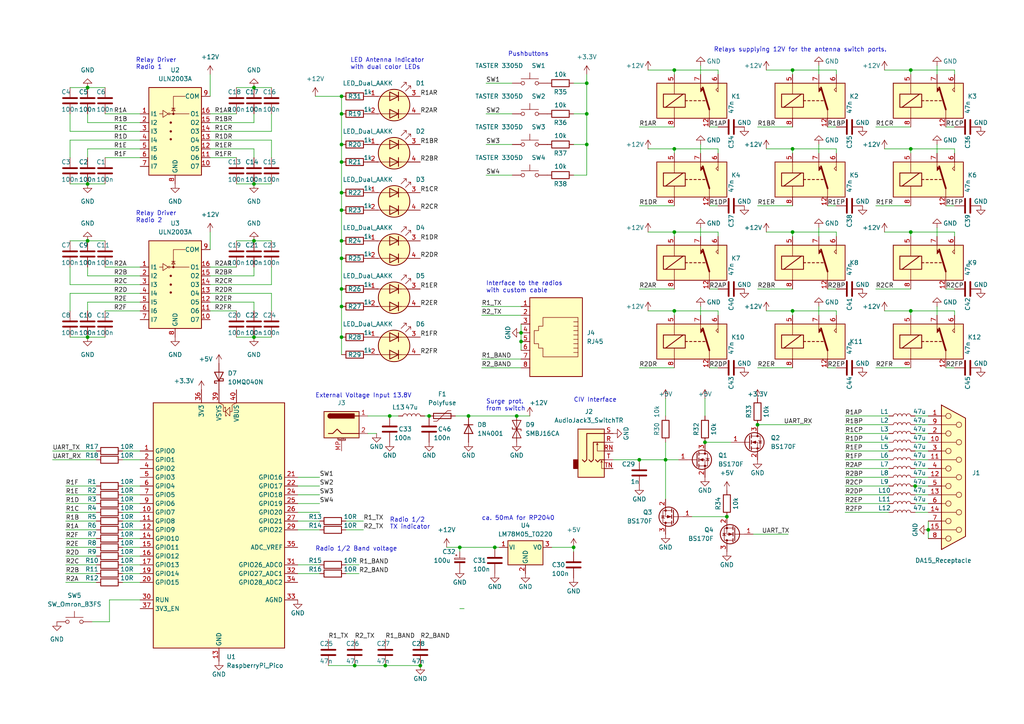
<source format=kicad_sch>
(kicad_sch (version 20230121) (generator eeschema)
  (paper "A4")
  (junction (at 210.82 149.86))
  (junction (at 111.76 193.04))
  (junction (at 229.87 43.18))
  (junction (at 121.92 193.04))
  (junction (at 25.4 25.4))
  (junction (at 99.06 41.91))
  (junction (at 73.66 69.85))
  (junction (at 264.16 20.32))
  (junction (at 193.04 133.35))
  (junction (at 264.16 90.17))
  (junction (at 73.66 53.34))
  (junction (at 149.86 120.65))
  (junction (at 166.37 158.75))
  (junction (at 124.46 120.65))
  (junction (at 265.43 140.97))
  (junction (at 229.87 20.32))
  (junction (at 195.58 67.31))
  (junction (at 99.06 55.88))
  (junction (at 269.24 153.67))
  (junction (at 99.06 83.82))
  (junction (at 99.06 46.99))
  (junction (at 99.06 97.79))
  (junction (at 99.06 74.93))
  (junction (at 219.71 123.19))
  (junction (at 264.16 43.18))
  (junction (at 170.18 41.91))
  (junction (at 99.06 69.85))
  (junction (at 229.87 67.31))
  (junction (at 135.89 120.65))
  (junction (at 133.35 158.75))
  (junction (at 264.16 67.31))
  (junction (at 170.18 33.02))
  (junction (at 170.18 24.13))
  (junction (at 99.06 88.9))
  (junction (at 195.58 90.17))
  (junction (at 99.06 33.02))
  (junction (at 151.13 99.06))
  (junction (at 25.4 97.79))
  (junction (at 151.13 96.52))
  (junction (at 229.87 90.17))
  (junction (at 185.42 133.35))
  (junction (at 25.4 53.34))
  (junction (at 102.87 193.04))
  (junction (at 99.06 27.94))
  (junction (at 99.06 60.96))
  (junction (at 143.51 158.75))
  (junction (at 195.58 43.18))
  (junction (at 195.58 20.32))
  (junction (at 204.47 128.27))
  (junction (at 73.66 97.79))
  (junction (at 73.66 25.4))
  (junction (at 25.4 69.85))
  (junction (at 113.03 120.65))
  (wire (pts (xy 99.06 97.79) (xy 99.06 102.87)))
  (wire (pts (xy 229.87 43.18) (xy 242.57 43.18)))
  (wire (pts (xy 245.11 128.27) (xy 257.81 128.27)))
  (wire (pts (xy 265.43 135.89) (xy 269.24 135.89)))
  (wire (pts (xy 256.54 67.31) (xy 264.16 67.31)))
  (wire (pts (xy 86.36 151.13) (xy 92.71 151.13)))
  (wire (pts (xy 19.05 151.13) (xy 27.94 151.13)))
  (wire (pts (xy 237.49 66.04) (xy 237.49 68.58)))
  (wire (pts (xy 254 59.69) (xy 264.16 59.69)))
  (wire (pts (xy 99.06 83.82) (xy 99.06 88.9)))
  (wire (pts (xy 265.43 148.59) (xy 269.24 148.59)))
  (wire (pts (xy 264.16 43.18) (xy 264.16 44.45)))
  (wire (pts (xy 20.32 38.1) (xy 40.64 38.1)))
  (wire (pts (xy 185.42 36.83) (xy 195.58 36.83)))
  (wire (pts (xy 35.56 158.75) (xy 40.64 158.75)))
  (wire (pts (xy 166.37 158.75) (xy 166.37 160.02)))
  (wire (pts (xy 73.66 43.18) (xy 73.66 45.72)))
  (wire (pts (xy 166.37 41.91) (xy 170.18 41.91)))
  (wire (pts (xy 102.87 193.04) (xy 111.76 193.04)))
  (wire (pts (xy 242.57 43.18) (xy 242.57 44.45)))
  (wire (pts (xy 35.56 163.83) (xy 40.64 163.83)))
  (wire (pts (xy 245.11 120.65) (xy 257.81 120.65)))
  (wire (pts (xy 99.06 88.9) (xy 99.06 97.79)))
  (wire (pts (xy 113.03 120.65) (xy 115.57 120.65)))
  (wire (pts (xy 20.32 77.47) (xy 20.32 82.55)))
  (wire (pts (xy 229.87 20.32) (xy 229.87 21.59)))
  (wire (pts (xy 15.24 133.35) (xy 27.94 133.35)))
  (wire (pts (xy 240.03 83.82) (xy 242.57 83.82)))
  (wire (pts (xy 78.74 33.02) (xy 78.74 38.1)))
  (wire (pts (xy 140.97 33.02) (xy 148.59 33.02)))
  (wire (pts (xy 265.43 138.43) (xy 269.24 138.43)))
  (wire (pts (xy 242.57 91.44) (xy 242.57 90.17)))
  (wire (pts (xy 30.48 33.02) (xy 40.64 33.02)))
  (wire (pts (xy 60.96 90.17) (xy 68.58 90.17)))
  (wire (pts (xy 229.87 90.17) (xy 229.87 91.44)))
  (wire (pts (xy 170.18 50.8) (xy 166.37 50.8)))
  (wire (pts (xy 204.47 128.27) (xy 212.09 128.27)))
  (wire (pts (xy 274.32 36.83) (xy 276.86 36.83)))
  (wire (pts (xy 100.33 151.13) (xy 105.41 151.13)))
  (wire (pts (xy 30.48 90.17) (xy 40.64 90.17)))
  (wire (pts (xy 203.2 66.04) (xy 203.2 68.58)))
  (wire (pts (xy 229.87 67.31) (xy 229.87 68.58)))
  (wire (pts (xy 265.3735 140.97) (xy 265.43 140.97)))
  (wire (pts (xy 35.56 143.51) (xy 40.64 143.51)))
  (wire (pts (xy 86.36 146.05) (xy 92.71 146.05)))
  (wire (pts (xy 185.42 133.35) (xy 193.04 133.35)))
  (wire (pts (xy 133.35 158.75) (xy 143.51 158.75)))
  (wire (pts (xy 35.56 161.29) (xy 40.64 161.29)))
  (wire (pts (xy 19.05 153.67) (xy 27.94 153.67)))
  (wire (pts (xy 229.87 43.18) (xy 229.87 44.45)))
  (wire (pts (xy 271.78 88.9) (xy 271.78 91.44)))
  (wire (pts (xy 245.11 138.43) (xy 257.81 138.43)))
  (wire (pts (xy 139.7 106.68) (xy 151.13 106.68)))
  (wire (pts (xy 35.56 153.67) (xy 40.64 153.67)))
  (wire (pts (xy 265.43 125.73) (xy 269.24 125.73)))
  (wire (pts (xy 265.43 143.51) (xy 269.24 143.51)))
  (wire (pts (xy 222.25 43.18) (xy 229.87 43.18)))
  (wire (pts (xy 31.75 180.34) (xy 26.67 180.34)))
  (wire (pts (xy 274.32 83.82) (xy 276.86 83.82)))
  (wire (pts (xy 193.04 133.35) (xy 196.85 133.35)))
  (wire (pts (xy 133.35 158.75) (xy 133.35 160.02)))
  (wire (pts (xy 30.48 77.47) (xy 40.64 77.47)))
  (wire (pts (xy 170.18 24.13) (xy 170.18 33.02)))
  (wire (pts (xy 25.4 45.72) (xy 25.4 43.18)))
  (wire (pts (xy 78.74 40.64) (xy 78.74 45.72)))
  (wire (pts (xy 205.74 59.69) (xy 208.28 59.69)))
  (wire (pts (xy 187.96 20.32) (xy 195.58 20.32)))
  (wire (pts (xy 242.57 68.58) (xy 242.57 67.31)))
  (wire (pts (xy 86.36 140.97) (xy 92.71 140.97)))
  (wire (pts (xy 254 83.82) (xy 264.16 83.82)))
  (wire (pts (xy 240.03 106.68) (xy 242.57 106.68)))
  (wire (pts (xy 111.76 193.04) (xy 121.92 193.04)))
  (wire (pts (xy 99.06 60.96) (xy 99.06 69.85)))
  (wire (pts (xy 35.56 130.81) (xy 40.64 130.81)))
  (wire (pts (xy 20.32 82.55) (xy 40.64 82.55)))
  (wire (pts (xy 19.05 146.05) (xy 27.94 146.05)))
  (wire (pts (xy 35.56 148.59) (xy 40.64 148.59)))
  (wire (pts (xy 219.71 36.83) (xy 229.87 36.83)))
  (wire (pts (xy 20.32 53.34) (xy 25.4 53.34)))
  (wire (pts (xy 222.25 67.31) (xy 229.87 67.31)))
  (wire (pts (xy 193.04 115.57) (xy 193.04 120.65)))
  (wire (pts (xy 140.97 41.91) (xy 148.59 41.91)))
  (wire (pts (xy 276.86 90.17) (xy 276.86 91.44)))
  (wire (pts (xy 271.78 41.91) (xy 271.78 44.45)))
  (wire (pts (xy 185.42 59.69) (xy 195.58 59.69)))
  (wire (pts (xy 99.06 46.99) (xy 99.06 55.88)))
  (wire (pts (xy 256.54 90.17) (xy 264.16 90.17)))
  (wire (pts (xy 86.36 143.51) (xy 92.71 143.51)))
  (wire (pts (xy 264.16 90.17) (xy 276.86 90.17)))
  (wire (pts (xy 229.87 90.17) (xy 242.57 90.17)))
  (wire (pts (xy 222.25 90.17) (xy 229.87 90.17)))
  (wire (pts (xy 222.25 20.32) (xy 229.87 20.32)))
  (wire (pts (xy 208.28 44.45) (xy 208.28 43.18)))
  (wire (pts (xy 219.71 106.68) (xy 229.87 106.68)))
  (wire (pts (xy 73.66 77.47) (xy 73.66 80.01)))
  (wire (pts (xy 95.25 193.04) (xy 102.87 193.04)))
  (wire (pts (xy 229.87 20.32) (xy 242.57 20.32)))
  (wire (pts (xy 140.97 24.13) (xy 148.59 24.13)))
  (wire (pts (xy 19.05 148.59) (xy 27.94 148.59)))
  (wire (pts (xy 60.96 67.31) (xy 60.96 72.39)))
  (wire (pts (xy 35.56 146.05) (xy 40.64 146.05)))
  (wire (pts (xy 193.04 133.35) (xy 193.04 144.78)))
  (wire (pts (xy 205.74 106.68) (xy 208.28 106.68)))
  (wire (pts (xy 265.43 130.81) (xy 269.24 130.81)))
  (wire (pts (xy 99.06 41.91) (xy 99.06 46.99)))
  (wire (pts (xy 140.97 50.8) (xy 148.59 50.8)))
  (wire (pts (xy 68.58 25.4) (xy 73.66 25.4)))
  (wire (pts (xy 60.96 45.72) (xy 68.58 45.72)))
  (wire (pts (xy 73.66 53.34) (xy 78.74 53.34)))
  (wire (pts (xy 20.32 33.02) (xy 20.32 38.1)))
  (wire (pts (xy 129.54 158.75) (xy 133.35 158.75)))
  (wire (pts (xy 151.13 93.98) (xy 151.13 96.52)))
  (wire (pts (xy 237.49 88.9) (xy 237.49 91.44)))
  (wire (pts (xy 219.71 83.82) (xy 229.87 83.82)))
  (wire (pts (xy 25.4 77.47) (xy 25.4 80.01)))
  (wire (pts (xy 269.24 153.67) (xy 269.24 156.21)))
  (wire (pts (xy 265.43 120.65) (xy 269.24 120.65)))
  (wire (pts (xy 19.05 168.91) (xy 27.94 168.91)))
  (wire (pts (xy 245.11 148.59) (xy 257.81 148.59)))
  (wire (pts (xy 256.54 43.18) (xy 264.16 43.18)))
  (wire (pts (xy 195.58 43.18) (xy 208.28 43.18)))
  (wire (pts (xy 60.96 40.64) (xy 78.74 40.64)))
  (wire (pts (xy 254 106.68) (xy 264.16 106.68)))
  (wire (pts (xy 203.2 41.91) (xy 203.2 44.45)))
  (wire (pts (xy 133.35 176.53) (xy 134.62 176.53)))
  (wire (pts (xy 68.58 53.34) (xy 73.66 53.34)))
  (wire (pts (xy 139.7 91.44) (xy 151.13 91.44)))
  (wire (pts (xy 205.74 83.82) (xy 208.28 83.82)))
  (wire (pts (xy 40.64 85.09) (xy 20.32 85.09)))
  (wire (pts (xy 187.96 90.17) (xy 195.58 90.17)))
  (wire (pts (xy 15.24 130.81) (xy 27.94 130.81)))
  (wire (pts (xy 100.33 163.83) (xy 104.14 163.83)))
  (wire (pts (xy 193.04 128.27) (xy 193.04 133.35)))
  (wire (pts (xy 20.32 25.4) (xy 25.4 25.4)))
  (wire (pts (xy 86.36 166.37) (xy 92.71 166.37)))
  (wire (pts (xy 245.11 140.97) (xy 257.81 140.97)))
  (wire (pts (xy 195.58 43.18) (xy 195.58 44.45)))
  (wire (pts (xy 195.58 20.32) (xy 208.28 20.32)))
  (wire (pts (xy 264.16 20.32) (xy 264.16 21.59)))
  (wire (pts (xy 170.18 41.91) (xy 170.18 50.8)))
  (wire (pts (xy 40.64 173.99) (xy 31.75 173.99)))
  (wire (pts (xy 265.43 133.35) (xy 269.24 133.35)))
  (wire (pts (xy 170.18 33.02) (xy 170.18 41.91)))
  (wire (pts (xy 91.44 27.94) (xy 99.06 27.94)))
  (wire (pts (xy 99.06 55.88) (xy 99.06 60.96)))
  (wire (pts (xy 187.96 67.31) (xy 195.58 67.31)))
  (wire (pts (xy 25.4 43.18) (xy 40.64 43.18)))
  (wire (pts (xy 254 36.83) (xy 264.16 36.83)))
  (wire (pts (xy 271.78 19.05) (xy 271.78 21.59)))
  (wire (pts (xy 237.49 41.91) (xy 237.49 44.45)))
  (wire (pts (xy 86.36 163.83) (xy 92.71 163.83)))
  (wire (pts (xy 276.86 68.58) (xy 276.86 67.31)))
  (wire (pts (xy 240.03 59.69) (xy 242.57 59.69)))
  (wire (pts (xy 20.32 97.79) (xy 25.4 97.79)))
  (wire (pts (xy 123.19 120.65) (xy 124.46 120.65)))
  (wire (pts (xy 25.4 25.4) (xy 30.48 25.4)))
  (wire (pts (xy 265.43 140.97) (xy 269.24 140.97)))
  (wire (pts (xy 20.32 85.09) (xy 20.32 90.17)))
  (wire (pts (xy 60.96 82.55) (xy 78.74 82.55)))
  (wire (pts (xy 245.11 123.19) (xy 257.81 123.19)))
  (wire (pts (xy 25.4 80.01) (xy 40.64 80.01)))
  (wire (pts (xy 264.16 43.18) (xy 276.86 43.18)))
  (wire (pts (xy 149.86 120.65) (xy 153.67 120.65)))
  (wire (pts (xy 35.56 156.21) (xy 40.64 156.21)))
  (wire (pts (xy 203.2 19.05) (xy 203.2 21.59)))
  (wire (pts (xy 19.05 143.51) (xy 27.94 143.51)))
  (wire (pts (xy 19.05 156.21) (xy 27.94 156.21)))
  (wire (pts (xy 68.58 69.85) (xy 73.66 69.85)))
  (wire (pts (xy 40.64 40.64) (xy 20.32 40.64)))
  (wire (pts (xy 177.8 133.35) (xy 185.42 133.35)))
  (wire (pts (xy 60.96 43.18) (xy 73.66 43.18)))
  (wire (pts (xy 19.05 161.29) (xy 27.94 161.29)))
  (wire (pts (xy 265.43 146.05) (xy 269.24 146.05)))
  (wire (pts (xy 245.11 133.35) (xy 257.81 133.35)))
  (wire (pts (xy 99.06 74.93) (xy 99.06 83.82)))
  (wire (pts (xy 245.11 130.81) (xy 257.81 130.81)))
  (wire (pts (xy 187.96 43.18) (xy 195.58 43.18)))
  (wire (pts (xy 60.96 21.59) (xy 60.96 27.94)))
  (wire (pts (xy 35.56 168.91) (xy 40.64 168.91)))
  (wire (pts (xy 204.47 115.57) (xy 204.47 120.65)))
  (wire (pts (xy 185.42 83.82) (xy 195.58 83.82)))
  (wire (pts (xy 200.66 149.86) (xy 210.82 149.86)))
  (wire (pts (xy 229.87 67.31) (xy 242.57 67.31)))
  (wire (pts (xy 276.86 44.45) (xy 276.86 43.18)))
  (wire (pts (xy 135.89 120.65) (xy 149.86 120.65)))
  (wire (pts (xy 276.86 20.32) (xy 276.86 21.59)))
  (wire (pts (xy 60.96 38.1) (xy 78.74 38.1)))
  (wire (pts (xy 264.16 90.17) (xy 264.16 91.44)))
  (wire (pts (xy 195.58 20.32) (xy 195.58 21.59)))
  (wire (pts (xy 139.7 88.9) (xy 151.13 88.9)))
  (wire (pts (xy 99.06 27.94) (xy 99.06 33.02)))
  (wire (pts (xy 195.58 67.31) (xy 208.28 67.31)))
  (wire (pts (xy 60.96 77.47) (xy 68.58 77.47)))
  (wire (pts (xy 195.58 67.31) (xy 195.58 68.58)))
  (wire (pts (xy 25.4 35.56) (xy 40.64 35.56)))
  (wire (pts (xy 78.74 85.09) (xy 78.74 90.17)))
  (wire (pts (xy 100.33 153.67) (xy 105.41 153.67)))
  (wire (pts (xy 240.03 36.83) (xy 242.57 36.83)))
  (wire (pts (xy 143.51 158.75) (xy 144.78 158.75)))
  (wire (pts (xy 245.11 125.73) (xy 257.81 125.73)))
  (wire (pts (xy 30.48 45.72) (xy 40.64 45.72)))
  (wire (pts (xy 35.56 140.97) (xy 40.64 140.97)))
  (wire (pts (xy 20.32 69.85) (xy 25.4 69.85)))
  (wire (pts (xy 139.7 104.14) (xy 151.13 104.14)))
  (wire (pts (xy 106.68 125.73) (xy 109.22 125.73)))
  (wire (pts (xy 264.16 67.31) (xy 276.86 67.31)))
  (wire (pts (xy 19.05 163.83) (xy 27.94 163.83)))
  (wire (pts (xy 20.32 40.64) (xy 20.32 45.72)))
  (wire (pts (xy 99.06 69.85) (xy 99.06 74.93)))
  (wire (pts (xy 245.11 135.89) (xy 257.81 135.89)))
  (wire (pts (xy 264.16 67.31) (xy 264.16 68.58)))
  (wire (pts (xy 25.4 33.02) (xy 25.4 35.56)))
  (wire (pts (xy 35.56 166.37) (xy 40.64 166.37)))
  (wire (pts (xy 35.56 151.13) (xy 40.64 151.13)))
  (wire (pts (xy 274.32 106.68) (xy 276.86 106.68)))
  (wire (pts (xy 99.06 33.02) (xy 99.06 41.91)))
  (wire (pts (xy 160.02 158.75) (xy 166.37 158.75)))
  (wire (pts (xy 100.33 166.37) (xy 104.14 166.37)))
  (wire (pts (xy 218.44 154.94) (xy 228.6 154.94)))
  (wire (pts (xy 73.66 97.79) (xy 78.74 97.79)))
  (wire (pts (xy 208.28 91.44) (xy 208.28 90.17)))
  (wire (pts (xy 151.13 96.52) (xy 151.13 99.06)))
  (wire (pts (xy 219.71 59.69) (xy 229.87 59.69)))
  (wire (pts (xy 271.78 66.04) (xy 271.78 68.58)))
  (wire (pts (xy 60.96 85.09) (xy 78.74 85.09)))
  (wire (pts (xy 106.68 120.65) (xy 113.03 120.65)))
  (wire (pts (xy 73.66 33.02) (xy 73.66 35.56)))
  (wire (pts (xy 73.66 69.85) (xy 78.74 69.85)))
  (wire (pts (xy 237.49 19.05) (xy 237.49 21.59)))
  (wire (pts (xy 208.28 20.32) (xy 208.28 21.59)))
  (wire (pts (xy 73.66 25.4) (xy 78.74 25.4)))
  (wire (pts (xy 132.08 120.65) (xy 135.89 120.65)))
  (wire (pts (xy 166.37 33.02) (xy 170.18 33.02)))
  (wire (pts (xy 170.18 21.59) (xy 170.18 24.13)))
  (wire (pts (xy 31.75 173.99) (xy 31.75 180.34)))
  (wire (pts (xy 245.11 146.05) (xy 257.81 146.05)))
  (wire (pts (xy 195.58 90.17) (xy 208.28 90.17)))
  (wire (pts (xy 25.4 90.17) (xy 25.4 87.63)))
  (wire (pts (xy 86.36 148.59) (xy 92.71 148.59)))
  (wire (pts (xy 35.56 133.35) (xy 40.64 133.35)))
  (wire (pts (xy 60.96 33.02) (xy 68.58 33.02)))
  (wire (pts (xy 60.96 87.63) (xy 73.66 87.63)))
  (wire (pts (xy 25.4 69.85) (xy 30.48 69.85)))
  (wire (pts (xy 203.2 88.9) (xy 203.2 91.44)))
  (wire (pts (xy 86.36 138.43) (xy 92.71 138.43)))
  (wire (pts (xy 208.28 67.31) (xy 208.28 68.58)))
  (wire (pts (xy 151.13 99.06) (xy 151.13 101.6)))
  (wire (pts (xy 60.96 80.01) (xy 73.66 80.01)))
  (wire (pts (xy 68.58 97.79) (xy 73.66 97.79)))
  (wire (pts (xy 256.54 20.32) (xy 264.16 20.32)))
  (wire (pts (xy 25.4 97.79) (xy 30.48 97.79)))
  (wire (pts (xy 274.32 59.69) (xy 276.86 59.69)))
  (wire (pts (xy 86.36 153.67) (xy 92.71 153.67)))
  (wire (pts (xy 219.71 123.19) (xy 234.95 123.19)))
  (wire (pts (xy 25.4 53.34) (xy 30.48 53.34)))
  (wire (pts (xy 19.05 140.97) (xy 27.94 140.97)))
  (wire (pts (xy 265.43 128.27) (xy 269.24 128.27)))
  (wire (pts (xy 60.96 35.56) (xy 73.66 35.56)))
  (wire (pts (xy 242.57 21.59) (xy 242.57 20.32)))
  (wire (pts (xy 78.74 77.47) (xy 78.74 82.55)))
  (wire (pts (xy 25.4 87.63) (xy 40.64 87.63)))
  (wire (pts (xy 264.16 20.32) (xy 276.86 20.32)))
  (wire (pts (xy 208.28 36.83) (xy 205.74 36.83)))
  (wire (pts (xy 245.11 143.51) (xy 257.81 143.51)))
  (wire (pts (xy 195.58 90.17) (xy 195.58 91.44)))
  (wire (pts (xy 265.43 123.19) (xy 269.24 123.19)))
  (wire (pts (xy 73.66 87.63) (xy 73.66 90.17)))
  (wire (pts (xy 19.05 166.37) (xy 27.94 166.37)))
  (wire (pts (xy 19.05 158.75) (xy 27.94 158.75)))
  (wire (pts (xy 185.42 106.68) (xy 195.58 106.68)))
  (wire (pts (xy 269.24 151.13) (xy 269.24 153.67)))
  (wire (pts (xy 166.37 24.13) (xy 170.18 24.13)))
  (text "LED Antenna Indicator\nwith dual color LEDs" (at 101.6 20.32 0) (effects (font (size 1.27 1.27)) (justify left bottom)))
  (text "Relay Driver\nRadio 2" (at 39.37 64.77 0) (effects (font (size 1.27 1.27)) (justify left bottom)))
  (text "Interface to the radios\nwith custom cable\n" (at 140.97 85.09 0) (effects (font (size 1.27 1.27)) (justify left bottom)))
  (text "Radio 1/2\nTX indicator" (at 113.03 153.67 0) (effects (font (size 1.27 1.27)) (justify left bottom)))
  (text "External Voltage Input 13.8V" (at 91.44 115.57 0) (effects (font (size 1.27 1.27)) (justify left bottom)))
  (text "Radio 1/2 Band voltage" (at 91.44 160.02 0) (effects (font (size 1.27 1.27)) (justify left bottom)))
  (text "Surge prot.\nfrom switch" (at 140.97 119.38 0) (effects (font (size 1.27 1.27)) (justify left bottom)))
  (text "Relay Driver\nRadio 1" (at 39.37 20.32 0) (effects (font (size 1.27 1.27)) (justify left bottom)))
  (text "Pushbuttons\n" (at 147.32 16.51 0) (effects (font (size 1.27 1.27)) (justify left bottom)))
  (text "ca. 50mA for RP2040" (at 139.7 151.13 0) (effects (font (size 1.27 1.27)) (justify left bottom)))
  (text "Relays supplying 12V for the antenna switch ports." (at 207.01 15.24 0) (effects (font (size 1.27 1.27)) (justify left bottom)))
  (text "CIV Interface" (at 166.37 116.84 0) (effects (font (size 1.27 1.27)) (justify left bottom)))
  (label "R2D" (at 33.02 85.09 0))
  (label "R2BP" (at 240.03 83.82 0))
  (label "R1B" (at 19.05 151.13 0))
  (label "R1ER" (at 62.23 43.18 0))
  (label "R2E" (at 33.02 87.63 0))
  (label "R2_BAND" (at 139.7 106.68 0))
  (label "R2F" (at 19.05 156.21 0))
  (label "R2_TX" (at 102.87 185.42 0))
  (label "R1AP" (at 245.11 120.65 0))
  (label "R2FP" (at 274.32 106.68 0))
  (label "UART_RX" (at 15.24 133.35 0))
  (label "R1AR" (at 62.23 33.02 0))
  (label "R2DP" (at 245.11 143.51 0))
  (label "R2FR" (at 121.92 102.87 0))
  (label "R1CR" (at 254 36.83 0))
  (label "R1FR" (at 121.92 97.79 0))
  (label "R1DP" (at 245.11 128.27 0))
  (label "R2A" (at 19.05 168.91 0))
  (label "R2E" (at 19.05 158.75 0))
  (label "SW4" (at 92.71 146.05 0))
  (label "R1D" (at 19.05 146.05 0))
  (label "R1B" (at 33.02 35.56 0))
  (label "UART_TX" (at 220.98 154.94 0))
  (label "R2EP" (at 240.03 106.68 0))
  (label "R1F" (at 19.05 140.97 0))
  (label "R1BP" (at 240.03 36.83 0))
  (label "R2_TX" (at 105.41 153.67 0))
  (label "SW3" (at 140.97 41.91 0))
  (label "R2_BAND" (at 121.92 185.42 0))
  (label "R1FR" (at 62.23 45.72 0))
  (label "R1F" (at 33.02 45.72 0))
  (label "R1DR" (at 185.42 59.69 0))
  (label "R2FR" (at 254 106.68 0))
  (label "R2AR" (at 62.23 77.47 0))
  (label "R2ER" (at 121.92 88.9 0))
  (label "R1BR" (at 121.92 41.91 0))
  (label "R2DR" (at 185.42 106.68 0))
  (label "SW1" (at 140.97 24.13 0))
  (label "R2CP" (at 245.11 140.97 0))
  (label "R2AP" (at 205.74 83.82 0))
  (label "R2F" (at 33.02 90.17 0))
  (label "R2D" (at 19.05 161.29 0))
  (label "SW4" (at 140.97 50.8 0))
  (label "R2BR" (at 219.71 83.82 0))
  (label "R1CP" (at 274.32 36.83 0))
  (label "R1D" (at 33.02 40.64 0))
  (label "R1FR" (at 254 59.69 0))
  (label "R2ER" (at 62.23 87.63 0))
  (label "R1E" (at 33.02 43.18 0))
  (label "SW1" (at 92.71 138.43 0))
  (label "R1DR" (at 62.23 40.64 0))
  (label "R1ER" (at 121.92 83.82 0))
  (label "R1CP" (at 245.11 125.73 0))
  (label "R2C" (at 33.02 82.55 0))
  (label "R2A" (at 33.02 77.47 0))
  (label "R2AR" (at 185.42 83.82 0))
  (label "R2_TX" (at 139.7 91.44 0))
  (label "R2_BAND" (at 104.14 166.37 0))
  (label "R2CR" (at 62.23 82.55 0))
  (label "R1FP" (at 245.11 133.35 0))
  (label "R2AR" (at 121.92 33.02 0))
  (label "R1_BAND" (at 104.14 163.83 0))
  (label "R2DP" (at 205.74 106.68 0))
  (label "R1_TX" (at 105.41 151.13 0))
  (label "R1A" (at 33.02 33.02 0))
  (label "R2BR" (at 62.23 80.01 0))
  (label "R2C" (at 19.05 163.83 0))
  (label "R2FR" (at 62.23 90.17 0))
  (label "R2AP" (at 245.11 135.89 0))
  (label "R2B" (at 19.05 166.37 0))
  (label "R1AP" (at 205.74 36.83 0))
  (label "R2CR" (at 254 83.82 0))
  (label "UART_TX" (at 15.24 130.81 0))
  (label "R1EP" (at 245.11 130.81 0))
  (label "R1AR" (at 121.92 27.94 0))
  (label "R1_BAND" (at 111.76 185.42 0))
  (label "R2B" (at 33.02 80.01 0))
  (label "R1FP" (at 274.32 59.69 0))
  (label "R2BP" (at 245.11 138.43 0))
  (label "R1_TX" (at 139.7 88.9 0))
  (label "R1CR" (at 121.92 55.88 0))
  (label "R1C" (at 33.02 38.1 0))
  (label "R1C" (at 19.05 148.59 0))
  (label "R1CR" (at 62.23 38.1 0))
  (label "R2EP" (at 245.11 146.05 0))
  (label "SW3" (at 92.71 143.51 0))
  (label "R2DR" (at 121.92 74.93 0))
  (label "R2FP" (at 245.11 148.59 0))
  (label "R1BP" (at 245.11 123.19 0))
  (label "SW2" (at 92.71 140.97 0))
  (label "R2BR" (at 121.92 46.99 0))
  (label "SW2" (at 140.97 33.02 0))
  (label "UART_RX" (at 227.33 123.19 0))
  (label "R1DR" (at 121.92 69.85 0))
  (label "R1ER" (at 219.71 59.69 0))
  (label "R1EP" (at 240.03 59.69 0))
  (label "R1_TX" (at 95.25 185.42 0))
  (label "R1E" (at 19.05 143.51 0))
  (label "R1AR" (at 185.42 36.83 0))
  (label "R1BR" (at 62.23 35.56 0))
  (label "R1_BAND" (at 139.7 104.14 0))
  (label "R2CR" (at 121.92 60.96 0))
  (label "R1BR" (at 219.71 36.83 0))
  (label "R2ER" (at 219.71 106.68 0))
  (label "R1A" (at 19.05 153.67 0))
  (label "R1DP" (at 205.74 59.69 0))
  (label "R2DR" (at 62.23 85.09 0))
  (label "R2CP" (at 274.32 83.82 0))
  (symbol (lib_id "Device:L") (at 261.62 123.19 90) (unit 1)
    (property "Reference" "L2" (at 256.54 121.92 90))
    (property "Value" "47u" (at 266.7 121.92 90))
    (property "Footprint" "Inductor_SMD:L_1812_4532Metric_Pad1.30x3.40mm_HandSolder" (effects hide))
  )
  (symbol (lib_id "power:GND") (at 109.22 125.73 0) (unit 1)
    (property "Reference" "#PWR065" (effects hide))
    (property "Value" "GND" (at 109.22 129.54 0))
  )
  (symbol (lib_id "power:+5V") (at 193.04 115.57 0) (unit 1)
    (property "Reference" "#PWR035" (effects hide))
    (property "Value" "+5V" (at 193.04 114.3 0))
  )
  (symbol (lib_id "power:+12V") (at 153.67 120.65 0) (unit 1)
    (property "Reference" "#PWR064" (effects hide))
    (property "Value" "+12V" (at 156.21 116.84 0))
  )
  (symbol (lib_id "Device:C") (at 121.92 189.23 0) (unit 1)
    (property "Reference" "C28" (at 119.38 186.69 0) (effects (justify left)))
    (property "Value" "47n" (at 119.38 191.77 0) (effects (justify left)))
    (property "Footprint" "Capacitor_SMD:C_0603_1608Metric_Pad1.08x0.95mm_HandSolder" (effects hide))
  )
  (symbol (lib_id "Device:C") (at 280.67 36.83 90) (unit 1)
    (property "Reference" "C36" (at 280.67 43.18 0) (effects (justify left)))
    (property "Value" "47n" (at 280.67 33.02 0) (effects (justify left)))
    (property "Footprint" "Capacitor_SMD:C_0603_1608Metric_Pad1.08x0.95mm_HandSolder" (effects hide))
  )
  (symbol (lib_id "Transistor_FET:BS170F") (at 213.36 154.94 180) (unit 1)
    (property "Reference" "Q4" (at 207.01 153.67 0) (effects (justify left)))
    (property "Value" "BS170F" (at 207.01 156.21 0) (effects (justify left)))
    (property "Footprint" "Package_TO_SOT_SMD:SOT-23W_Handsoldering" (effects hide))
    (property "Datasheet" "http://www.diodes.com/assets/Datasheets/BS170F.pdf" (effects hide))
  )
  (symbol (lib_id "Transistor_Array:ULN2003A") (at 50.8 38.1 0) (unit 1)
    (property "Reference" "U2" (at 50.8 20.32 0))
    (property "Value" "ULN2003A" (at 50.8 22.86 0))
    (property "Footprint" "Package_SO:SOIC-16W_5.3x10.2mm_P1.27mm" (effects hide))
    (property "Datasheet" "http://www.ti.com/lit/ds/symlink/uln2003a.pdf" (effects hide))
  )
  (symbol (lib_id "Device:C") (at 212.09 106.68 90) (unit 1)
    (property "Reference" "C43" (at 212.09 113.03 0) (effects (justify left)))
    (property "Value" "47n" (at 212.09 102.87 0) (effects (justify left)))
    (property "Footprint" "Capacitor_SMD:C_0603_1608Metric_Pad1.08x0.95mm_HandSolder" (effects hide))
  )
  (symbol (lib_id "power:GND") (at 237.49 88.9 180) (unit 1)
    (property "Reference" "#PWR025" (effects hide))
    (property "Value" "GND" (at 241.3 87.63 0))
  )
  (symbol (lib_id "Relay:TIANBO-HJR-4102-L") (at 200.66 76.2 0) (unit 1)
    (property "Reference" "K7" (at 212.09 74.93 0) (effects (justify left)))
    (property "Value" "TIANBO-HJR-4102-L" (effects hide))
    (property "Footprint" "Relay_THT:Relay_SPDT_HJR-4102" (effects hide))
    (property "Datasheet" "https://cdn-reichelt.de/documents/datenblatt/C300/DS_HJR4102E.pdf" (effects hide))
  )
  (symbol (lib_id "Device:C") (at 280.67 83.82 90) (unit 1)
    (property "Reference" "C42" (at 280.67 90.17 0) (effects (justify left)))
    (property "Value" "47n" (at 280.67 80.01 0) (effects (justify left)))
    (property "Footprint" "Capacitor_SMD:C_0603_1608Metric_Pad1.08x0.95mm_HandSolder" (effects hide))
  )
  (symbol (lib_id "Device:C") (at 143.51 162.56 0) (unit 1)
    (property "Reference" "C31" (at 137.16 162.56 0) (effects (justify left)))
    (property "Value" "100n" (at 137.16 165.1 0) (effects (justify left)))
    (property "Footprint" "Capacitor_SMD:C_0805_2012Metric_Pad1.18x1.45mm_HandSolder" (effects hide))
  )
  (symbol (lib_id "power:GND") (at 215.9 83.82 0) (unit 1)
    (property "Reference" "#PWR076" (effects hide))
    (property "Value" "GND" (at 215.9 82.55 0))
  )
  (symbol (lib_id "Device:L") (at 261.62 133.35 90) (unit 1)
    (property "Reference" "L6" (at 256.54 132.08 90))
    (property "Value" "47u" (at 266.7 132.08 90))
    (property "Footprint" "Inductor_SMD:L_1812_4532Metric_Pad1.30x3.40mm_HandSolder" (effects hide))
  )
  (symbol (lib_id "power:+12V") (at 256.54 20.32 0) (unit 1)
    (property "Reference" "#PWR043" (effects hide))
    (property "Value" "+12V" (at 252.73 19.05 0))
  )
  (symbol (lib_id "power:GND") (at 135.89 128.27 0) (unit 1)
    (property "Reference" "#PWR063" (effects hide))
    (property "Value" "GND" (at 135.89 132.08 0))
  )
  (symbol (lib_id "Device:C") (at 25.4 93.98 0) (unit 1)
    (property "Reference" "C10" (at 22.86 91.44 0) (effects (justify left)))
    (property "Value" "100n" (at 22.86 96.52 0) (effects (justify left)))
    (property "Footprint" "Capacitor_SMD:C_0603_1608Metric_Pad1.08x0.95mm_HandSolder" (effects hide))
  )
  (symbol (lib_id "Device:R") (at 31.75 133.35 270) (unit 1)
    (property "Reference" "R18" (at 26.67 132.08 90))
    (property "Value" "10R" (at 36.83 132.08 90))
    (property "Footprint" "Resistor_SMD:R_0603_1608Metric_Pad0.98x0.95mm_HandSolder" (effects hide))
  )
  (symbol (lib_id "Device:C_Polarized_Small") (at 133.35 162.56 0) (unit 1)
    (property "Reference" "C32" (at 128.27 160.02 0) (effects (justify left)))
    (property "Value" "100u" (at 125.73 162.56 0) (effects (justify left)))
    (property "Footprint" "Capacitor_SMD:CP_Elec_6.3x7.7" (effects hide))
  )
  (symbol (lib_id "power:GND") (at 113.03 128.27 0) (unit 1)
    (property "Reference" "#PWR062" (effects hide))
    (property "Value" "GND" (at 113.03 132.08 0))
  )
  (symbol (lib_id "power:GND") (at 237.49 66.04 180) (unit 1)
    (property "Reference" "#PWR022" (effects hide))
    (property "Value" "GND" (at 241.3 64.77 0))
  )
  (symbol (lib_id "Device:C") (at 185.42 137.16 0) (unit 1)
    (property "Reference" "C29" (at 180.34 134.62 0) (effects (justify left)))
    (property "Value" "1n" (at 182.88 139.7 0) (effects (justify left)))
    (property "Footprint" "Capacitor_SMD:C_0603_1608Metric_Pad1.08x0.95mm_HandSolder" (effects hide))
  )
  (symbol (lib_id "power:+5V") (at 166.37 158.75 0) (unit 1)
    (property "Reference" "#PWR054" (effects hide))
    (property "Value" "+5V" (at 166.37 153.67 0))
  )
  (symbol (lib_id "power:+5V") (at 63.5 105.41 0) (unit 1)
    (property "Reference" "#PWR060" (effects hide))
    (property "Value" "+5V" (at 59.69 104.14 0))
  )
  (symbol (lib_id "power:GND") (at 25.4 53.34 0) (unit 1)
    (property "Reference" "#PWR01" (effects hide))
    (property "Value" "GND" (at 25.4 58.42 0))
  )
  (symbol (lib_id "power:GND") (at 284.48 83.82 0) (unit 1)
    (property "Reference" "#PWR078" (effects hide))
    (property "Value" "GND" (at 284.48 82.55 0))
  )
  (symbol (lib_id "Switch:SW_Push") (at 153.67 24.13 0) (unit 1)
    (property "Reference" "SW1" (at 156.21 19.05 0))
    (property "Value" "TASTER 3305D" (at 144.78 19.05 0))
    (property "Footprint" "Button_Switch_THT:SW_Tactile_SPST_Angled_PTS645Vx83-2LFS" (effects hide))
    (property "Datasheet" "https://cdn-reichelt.de/documents/datenblatt/C200/JTP_1236_DB.pdf" (effects hide))
  )
  (symbol (lib_id "Device:C") (at 20.32 73.66 0) (unit 1)
    (property "Reference" "C7" (at 17.78 71.12 0) (effects (justify left)))
    (property "Value" "100n" (at 17.78 76.2 0) (effects (justify left)))
    (property "Footprint" "Capacitor_SMD:C_0603_1608Metric_Pad1.08x0.95mm_HandSolder" (effects hide))
  )
  (symbol (lib_id "Device:R") (at 96.52 163.83 270) (unit 1)
    (property "Reference" "R15" (at 91.44 162.56 90))
    (property "Value" "10R" (at 101.6 162.56 90))
    (property "Footprint" "Resistor_SMD:R_0603_1608Metric_Pad0.98x0.95mm_HandSolder" (effects hide))
  )
  (symbol (lib_id "power:+3.3V") (at 58.42 113.03 0) (unit 1)
    (property "Reference" "#PWR034" (effects hide))
    (property "Value" "+3.3V" (at 53.34 110.49 0))
  )
  (symbol (lib_id "Device:C") (at 212.09 83.82 90) (unit 1)
    (property "Reference" "C40" (at 212.09 90.17 0) (effects (justify left)))
    (property "Value" "47n" (at 212.09 80.01 0) (effects (justify left)))
    (property "Footprint" "Capacitor_SMD:C_0603_1608Metric_Pad1.08x0.95mm_HandSolder" (effects hide))
  )
  (symbol (lib_id "Device:R") (at 102.87 46.99 270) (unit 1)
    (property "Reference" "R21" (at 102.87 46.99 90))
    (property "Value" "1k" (at 106.68 45.72 90))
    (property "Footprint" "Resistor_SMD:R_0603_1608Metric_Pad0.98x0.95mm_HandSolder" (effects hide))
  )
  (symbol (lib_id "Connector:DA15_Receptacle") (at 276.86 138.43 0) (unit 1)
    (property "Reference" "J1" (at 281.94 137.16 0) (effects (justify left)))
    (property "Value" "DA15_Receptacle" (at 265.43 162.56 0) (effects (justify left)))
    (property "Footprint" "Connector_Dsub:DSUB-15_Female_Horizontal_P2.77x2.54mm_EdgePinOffset9.40mm" (effects hide))
    (property "Datasheet" " ~" (effects hide))
  )
  (symbol (lib_id "Device:LED_Dual_AAKK") (at 114.3 58.42 0) (unit 1)
    (property "Reference" "D3" (at 121.92 52.07 0))
    (property "Value" "LED_Dual_AAKK" (at 106.68 52.07 0))
    (property "Footprint" "so5cw-band-decoder-components:LED_RGB_Wuerth-PLCC4_3.2x2.8mm_150141M173100" (effects hide))
  )
  (symbol (lib_id "power:+12V") (at 222.25 90.17 0) (unit 1)
    (property "Reference" "#PWR051" (effects hide))
    (property "Value" "+12V" (at 218.44 88.9 0))
  )
  (symbol (lib_id "Device:C") (at 124.46 124.46 0) (unit 1)
    (property "Reference" "C46" (at 127 124.46 0) (effects (justify left)))
    (property "Value" "100n" (at 125.73 127 0) (effects (justify left)))
    (property "Footprint" "Capacitor_SMD:C_0805_2012Metric_Pad1.18x1.45mm_HandSolder" (effects hide))
  )
  (symbol (lib_id "power:+12V") (at 222.25 67.31 0) (unit 1)
    (property "Reference" "#PWR048" (effects hide))
    (property "Value" "+12V" (at 218.44 66.04 0))
  )
  (symbol (lib_id "Device:R") (at 210.82 146.05 0) (unit 1)
    (property "Reference" "R34" (at 208.28 146.05 90))
    (property "Value" "10k" (at 213.36 146.05 90))
    (property "Footprint" "Resistor_SMD:R_0603_1608Metric_Pad0.98x0.95mm_HandSolder" (effects hide))
  )
  (symbol (lib_id "power:GND") (at 203.2 19.05 180) (unit 1)
    (property "Reference" "#PWR015" (effects hide))
    (property "Value" "GND" (at 207.01 17.78 0))
  )
  (symbol (lib_id "Device:R") (at 31.75 158.75 270) (unit 1)
    (property "Reference" "R8" (at 26.67 157.48 90))
    (property "Value" "10R" (at 36.83 157.48 90))
    (property "Footprint" "Resistor_SMD:R_0603_1608Metric_Pad0.98x0.95mm_HandSolder" (effects hide))
  )
  (symbol (lib_id "power:GND") (at 271.78 66.04 180) (unit 1)
    (property "Reference" "#PWR023" (effects hide))
    (property "Value" "GND" (at 275.59 64.77 0))
  )
  (symbol (lib_id "power:GND") (at 73.66 53.34 0) (unit 1)
    (property "Reference" "#PWR03" (effects hide))
    (property "Value" "GND" (at 73.66 58.42 0))
  )
  (symbol (lib_id "power:GND") (at 203.2 66.04 180) (unit 1)
    (property "Reference" "#PWR021" (effects hide))
    (property "Value" "GND" (at 207.01 64.77 0))
  )
  (symbol (lib_id "Device:C") (at 166.37 163.83 0) (unit 1)
    (property "Reference" "C30" (at 160.02 163.83 0) (effects (justify left)))
    (property "Value" "100n" (at 160.02 166.37 0) (effects (justify left)))
    (property "Footprint" "Capacitor_SMD:C_0805_2012Metric_Pad1.18x1.45mm_HandSolder" (effects hide))
  )
  (symbol (lib_id "Device:C") (at 95.25 189.23 0) (unit 1)
    (property "Reference" "C25" (at 92.71 186.69 0) (effects (justify left)))
    (property "Value" "47n" (at 92.71 191.77 0) (effects (justify left)))
    (property "Footprint" "Capacitor_SMD:C_0603_1608Metric_Pad1.08x0.95mm_HandSolder" (effects hide))
  )
  (symbol (lib_id "Device:C") (at 78.74 73.66 0) (unit 1)
    (property "Reference" "C23" (at 76.2 71.12 0) (effects (justify left)))
    (property "Value" "100n" (at 76.2 76.2 0) (effects (justify left)))
    (property "Footprint" "Capacitor_SMD:C_0603_1608Metric_Pad1.08x0.95mm_HandSolder" (effects hide))
  )
  (symbol (lib_id "Device:R") (at 96.52 153.67 270) (unit 1)
    (property "Reference" "R14" (at 91.44 152.4 90))
    (property "Value" "10R" (at 101.6 152.4 90))
    (property "Footprint" "Resistor_SMD:R_0603_1608Metric_Pad0.98x0.95mm_HandSolder" (effects hide))
  )
  (symbol (lib_id "Switch:SW_Omron_B3FS") (at 21.59 180.34 0) (unit 1)
    (property "Reference" "SW5" (at 21.59 172.72 0))
    (property "Value" "SW_Omron_B3FS" (at 21.59 175.26 0))
    (property "Footprint" "Button_Switch_SMD:SW_SPST_Omron_B3FS-100xP" (effects hide))
    (property "Datasheet" "https://omronfs.omron.com/en_US/ecb/products/pdf/en-b3fs.pdf" (effects hide))
  )
  (symbol (lib_id "Device:C") (at 68.58 73.66 0) (unit 1)
    (property "Reference" "C19" (at 66.04 71.12 0) (effects (justify left)))
    (property "Value" "100n" (at 66.04 76.2 0) (effects (justify left)))
    (property "Footprint" "Capacitor_SMD:C_0603_1608Metric_Pad1.08x0.95mm_HandSolder" (effects hide))
  )
  (symbol (lib_id "Device:C") (at 25.4 29.21 0) (unit 1)
    (property "Reference" "C5" (at 22.86 26.67 0) (effects (justify left)))
    (property "Value" "100n" (at 22.86 31.75 0) (effects (justify left)))
    (property "Footprint" "Capacitor_SMD:C_0603_1608Metric_Pad1.08x0.95mm_HandSolder" (effects hide))
  )
  (symbol (lib_id "power:GND") (at 177.8 125.73 90) (unit 1)
    (property "Reference" "#PWR027" (effects hide))
    (property "Value" "GND" (at 181.61 125.73 0))
  )
  (symbol (lib_id "Device:C") (at 30.48 93.98 0) (unit 1)
    (property "Reference" "C12" (at 27.94 91.44 0) (effects (justify left)))
    (property "Value" "100n" (at 27.94 96.52 0) (effects (justify left)))
    (property "Footprint" "Capacitor_SMD:C_0603_1608Metric_Pad1.08x0.95mm_HandSolder" (effects hide))
  )
  (symbol (lib_id "Device:L") (at 261.62 140.97 90) (unit 1)
    (property "Reference" "L9" (at 256.54 139.7 90))
    (property "Value" "47u" (at 266.7 139.7 90))
    (property "Footprint" "Inductor_SMD:L_1812_4532Metric_Pad1.30x3.40mm_HandSolder" (effects hide))
  )
  (symbol (lib_id "Diode:1N4001") (at 135.89 124.46 270) (unit 1)
    (property "Reference" "D8" (at 138.43 123.19 90) (effects (justify left)))
    (property "Value" "1N4001" (at 138.43 125.73 90) (effects (justify left)))
    (property "Footprint" "Diode_THT:D_DO-41_SOD81_P2.54mm_Vertical_AnodeUp" (effects hide))
    (property "Datasheet" "http://www.vishay.com/docs/88503/1n4001.pdf" (effects hide))
    (property "Sim.Device" "D" (effects hide))
    (property "Sim.Pins" "1=K 2=A" (effects hide))
  )
  (symbol (lib_id "power:GND") (at 151.13 96.52 270) (unit 1)
    (property "Reference" "#PWR067" (effects hide))
    (property "Value" "GND" (at 147.32 96.52 0))
  )
  (symbol (lib_id "Device:L") (at 261.62 148.59 90) (unit 1)
    (property "Reference" "L12" (at 256.54 147.32 90))
    (property "Value" "47u" (at 266.7 147.32 90))
    (property "Footprint" "Inductor_SMD:L_1812_4532Metric_Pad1.30x3.40mm_HandSolder" (effects hide))
  )
  (symbol (lib_id "Device:L") (at 261.62 135.89 90) (unit 1)
    (property "Reference" "L7" (at 256.54 134.62 90))
    (property "Value" "47u" (at 266.7 134.62 90))
    (property "Footprint" "Inductor_SMD:L_1812_4532Metric_Pad1.30x3.40mm_HandSolder" (effects hide))
  )
  (symbol (lib_id "Device:C") (at 20.32 29.21 0) (unit 1)
    (property "Reference" "C4" (at 17.78 26.67 0) (effects (justify left)))
    (property "Value" "100n" (at 17.78 31.75 0) (effects (justify left)))
    (property "Footprint" "Capacitor_SMD:C_0603_1608Metric_Pad1.08x0.95mm_HandSolder" (effects hide))
  )
  (symbol (lib_id "power:GND") (at 203.2 88.9 180) (unit 1)
    (property "Reference" "#PWR026" (effects hide))
    (property "Value" "GND" (at 207.01 87.63 0))
  )
  (symbol (lib_id "Device:C") (at 113.03 124.46 0) (unit 1)
    (property "Reference" "C33" (at 115.57 124.46 0) (effects (justify left)))
    (property "Value" "100n" (at 114.3 127 0) (effects (justify left)))
    (property "Footprint" "Capacitor_SMD:C_0805_2012Metric_Pad1.18x1.45mm_HandSolder" (effects hide))
  )
  (symbol (lib_id "MCU_Module_RaspberryPi_Pico:RaspberryPi_Pico") (at 63.5 153.67 0) (unit 1)
    (property "Reference" "U1" (at 65.6941 190.5 0) (effects (justify left)))
    (property "Value" "RaspberryPi_Pico" (at 65.6941 193.04 0) (effects (justify left)))
    (property "Footprint" "Module_RaspberryPi_Pico:RaspberryPi_Pico_Common_THT" (effects hide))
    (property "Datasheet" "https://datasheets.raspberrypi.com/pico/pico-datasheet.pdf" (effects hide))
  )
  (symbol (lib_id "Device:D_Schottky") (at 63.5 109.22 90) (unit 1)
    (property "Reference" "D7" (at 66.04 108.2675 90) (effects (justify right)))
    (property "Value" "10MQ040N" (at 66.04 110.8075 90) (effects (justify right)))
    (property "Footprint" "Diode_SMD:D_1812_4532Metric_Pad1.30x3.40mm_HandSolder" (effects hide))
    (property "Datasheet" "https://www.reichelt.de/schottky-gleichrichterdiode-40-v-1-a-do-214ac-10mq-040ntr-vis-p216709.html?&trstct=pol_1&nbc=1" (effects hide))
  )
  (symbol (lib_id "Device:R") (at 193.04 124.46 0) (unit 1)
    (property "Reference" "R30" (at 190.5 124.46 90))
    (property "Value" "10k" (at 190.5 119.38 90))
    (property "Footprint" "Resistor_SMD:R_0603_1608Metric_Pad0.98x0.95mm_HandSolder" (effects hide))
  )
  (symbol (lib_id "Device:L") (at 261.62 138.43 90) (unit 1)
    (property "Reference" "L8" (at 256.54 137.16 90))
    (property "Value" "47u" (at 266.7 137.16 90))
    (property "Footprint" "Inductor_SMD:L_1812_4532Metric_Pad1.30x3.40mm_HandSolder" (effects hide))
  )
  (symbol (lib_id "Device:R") (at 102.87 27.94 270) (unit 1)
    (property "Reference" "R31" (at 102.87 27.94 90))
    (property "Value" "1k" (at 106.68 26.67 90))
    (property "Footprint" "Resistor_SMD:R_0603_1608Metric_Pad0.98x0.95mm_HandSolder" (effects hide))
  )
  (symbol (lib_id "Device:R") (at 96.52 151.13 270) (unit 1)
    (property "Reference" "R13" (at 91.44 149.86 90))
    (property "Value" "10R" (at 101.6 149.86 90))
    (property "Footprint" "Resistor_SMD:R_0603_1608Metric_Pad0.98x0.95mm_HandSolder" (effects hide))
  )
  (symbol (lib_id "Device:C") (at 25.4 73.66 0) (unit 1)
    (property "Reference" "C9" (at 22.86 71.12 0) (effects (justify left)))
    (property "Value" "100n" (at 22.86 76.2 0) (effects (justify left)))
    (property "Footprint" "Capacitor_SMD:C_0603_1608Metric_Pad1.08x0.95mm_HandSolder" (effects hide))
  )
  (symbol (lib_id "Device:R") (at 162.56 50.8 270) (unit 1)
    (property "Reference" "R38" (at 162.56 53.34 90))
    (property "Value" "10k" (at 162.56 48.26 90))
    (property "Footprint" "Resistor_SMD:R_0603_1608Metric_Pad0.98x0.95mm_HandSolder" (effects hide))
  )
  (symbol (lib_id "power:GND") (at 204.47 138.43 0) (unit 1)
    (property "Reference" "#PWR029" (effects hide))
    (property "Value" "GND" (at 204.47 142.24 0))
  )
  (symbol (lib_id "Device:C") (at 73.66 73.66 0) (unit 1)
    (property "Reference" "C21" (at 71.12 71.12 0) (effects (justify left)))
    (property "Value" "100n" (at 71.12 76.2 0) (effects (justify left)))
    (property "Footprint" "Capacitor_SMD:C_0603_1608Metric_Pad1.08x0.95mm_HandSolder" (effects hide))
  )
  (symbol (lib_id "power:GND") (at 166.37 167.64 0) (unit 1)
    (property "Reference" "#PWR055" (effects hide))
    (property "Value" "GND" (at 166.37 171.45 0))
  )
  (symbol (lib_id "power:GND") (at 250.19 59.69 0) (unit 1)
    (property "Reference" "#PWR074" (effects hide))
    (property "Value" "GND" (at 250.19 58.42 0))
  )
  (symbol (lib_id "power:GND") (at 16.51 180.34 0) (unit 1)
    (property "Reference" "#PWR013" (effects hide))
    (property "Value" "GND" (at 16.51 185.42 0))
  )
  (symbol (lib_id "power:GND") (at 25.4 97.79 0) (unit 1)
    (property "Reference" "#PWR04" (effects hide))
    (property "Value" "GND" (at 25.4 102.87 0))
  )
  (symbol (lib_id "power:GND") (at 250.19 83.82 0) (unit 1)
    (property "Reference" "#PWR077" (effects hide))
    (property "Value" "GND" (at 250.19 82.55 0))
  )
  (symbol (lib_id "Device:LED_Dual_AAKK") (at 114.3 86.36 0) (unit 1)
    (property "Reference" "D5" (at 121.92 80.01 0))
    (property "Value" "LED_Dual_AAKK" (at 106.68 80.01 0))
    (property "Footprint" "so5cw-band-decoder-components:LED_RGB_Wuerth-PLCC4_3.2x2.8mm_150141M173100" (effects hide))
  )
  (symbol (lib_id "Device:LED_Dual_AAKK") (at 114.3 30.48 0) (unit 1)
    (property "Reference" "D1" (at 121.92 24.13 0))
    (property "Value" "LED_Dual_AAKK" (at 106.68 24.13 0))
    (property "Footprint" "so5cw-band-decoder-components:LED_RGB_Wuerth-PLCC4_3.2x2.8mm_150141M173100" (effects hide))
  )
  (symbol (lib_id "Device:C") (at 246.38 36.83 90) (unit 1)
    (property "Reference" "C35" (at 246.38 43.18 0) (effects (justify left)))
    (property "Value" "47n" (at 246.38 33.02 0) (effects (justify left)))
    (property "Footprint" "Capacitor_SMD:C_0603_1608Metric_Pad1.08x0.95mm_HandSolder" (effects hide))
  )
  (symbol (lib_id "Relay:TIANBO-HJR-4102-L") (at 269.24 76.2 0) (unit 1)
    (property "Reference" "K9" (at 280.67 76.2 0) (effects (justify left)))
    (property "Value" "TIANBO-HJR-4102-L" (effects hide))
    (property "Footprint" "Relay_THT:Relay_SPDT_HJR-4102" (effects hide))
    (property "Datasheet" "https://cdn-reichelt.de/documents/datenblatt/C300/DS_HJR4102E.pdf" (effects hide))
  )
  (symbol (lib_id "Device:R") (at 31.75 156.21 270) (unit 1)
    (property "Reference" "R7" (at 26.67 154.94 90))
    (property "Value" "10R" (at 36.83 154.94 90))
    (property "Footprint" "Resistor_SMD:R_0603_1608Metric_Pad0.98x0.95mm_HandSolder" (effects hide))
  )
  (symbol (lib_id "power:GND") (at 124.46 128.27 0) (unit 1)
    (property "Reference" "#PWR082" (effects hide))
    (property "Value" "GND" (at 124.46 132.08 0))
  )
  (symbol (lib_id "Device:R") (at 31.75 153.67 270) (unit 1)
    (property "Reference" "R6" (at 26.67 152.4 90))
    (property "Value" "10R" (at 36.83 152.4 90))
    (property "Footprint" "Resistor_SMD:R_0603_1608Metric_Pad0.98x0.95mm_HandSolder" (effects hide))
  )
  (symbol (lib_id "power:GND") (at 271.78 41.91 180) (unit 1)
    (property "Reference" "#PWR020" (effects hide))
    (property "Value" "GND" (at 275.59 40.64 0))
  )
  (symbol (lib_id "power:GND") (at 25.4 25.4 180) (unit 1)
    (property "Reference" "#PWR06" (effects hide))
    (property "Value" "GND" (at 25.4 20.32 0))
  )
  (symbol (lib_id "power:GND") (at 50.8 97.79 0) (unit 1)
    (property "Reference" "#PWR011" (effects hide))
    (property "Value" "GND" (at 50.8 102.87 0))
  )
  (symbol (lib_id "Device:LED_Dual_AAKK") (at 114.3 72.39 0) (unit 1)
    (property "Reference" "D4" (at 121.92 66.04 0))
    (property "Value" "LED_Dual_AAKK" (at 106.68 66.04 0))
    (property "Footprint" "so5cw-band-decoder-components:LED_RGB_Wuerth-PLCC4_3.2x2.8mm_150141M173100" (effects hide))
  )
  (symbol (lib_id "Device:R") (at 31.75 151.13 270) (unit 1)
    (property "Reference" "R5" (at 26.67 149.86 90))
    (property "Value" "10R" (at 36.83 149.86 90))
    (property "Footprint" "Resistor_SMD:R_0603_1608Metric_Pad0.98x0.95mm_HandSolder" (effects hide))
  )
  (symbol (lib_id "Device:C") (at 212.09 36.83 90) (unit 1)
    (property "Reference" "C34" (at 212.09 43.18 0) (effects (justify left)))
    (property "Value" "47n" (at 212.09 33.02 0) (effects (justify left)))
    (property "Footprint" "Capacitor_SMD:C_0603_1608Metric_Pad1.08x0.95mm_HandSolder" (effects hide))
  )
  (symbol (lib_id "Relay:TIANBO-HJR-4102-L") (at 234.95 99.06 0) (unit 1)
    (property "Reference" "K11" (at 246.38 99.06 0) (effects (justify left)))
    (property "Value" "TIANBO-HJR-4102-L" (effects hide))
    (property "Footprint" "Relay_THT:Relay_SPDT_HJR-4102" (effects hide))
    (property "Datasheet" "https://cdn-reichelt.de/documents/datenblatt/C300/DS_HJR4102E.pdf" (effects hide))
  )
  (symbol (lib_id "power:+12V") (at 256.54 43.18 0) (unit 1)
    (property "Reference" "#PWR044" (effects hide))
    (property "Value" "+12V" (at 252.73 41.91 0))
  )
  (symbol (lib_id "Device:LED_Dual_AAKK") (at 114.3 100.33 0) (unit 1)
    (property "Reference" "D6" (at 121.92 93.98 0))
    (property "Value" "LED_Dual_AAKK" (at 106.68 93.98 0))
    (property "Footprint" "so5cw-band-decoder-components:LED_RGB_Wuerth-PLCC4_3.2x2.8mm_150141M173100" (effects hide))
  )
  (symbol (lib_id "power:GND") (at 269.24 153.67 270) (unit 1)
    (property "Reference" "#PWR059" (effects hide))
    (property "Value" "GND" (at 265.43 153.67 0))
  )
  (symbol (lib_id "power:+12V") (at 256.54 90.17 0) (unit 1)
    (property "Reference" "#PWR052" (effects hide))
    (property "Value" "+12V" (at 252.73 88.9 0))
  )
  (symbol (lib_id "Device:C") (at 30.48 29.21 0) (unit 1)
    (property "Reference" "C6" (at 27.94 26.67 0) (effects (justify left)))
    (property "Value" "100n" (at 27.94 31.75 0) (effects (justify left)))
    (property "Footprint" "Capacitor_SMD:C_0603_1608Metric_Pad1.08x0.95mm_HandSolder" (effects hide))
  )
  (symbol (lib_id "Device:R") (at 31.75 143.51 270) (unit 1)
    (property "Reference" "R2" (at 26.67 142.24 90))
    (property "Value" "10R" (at 36.83 142.24 90))
    (property "Footprint" "Resistor_SMD:R_0603_1608Metric_Pad0.98x0.95mm_HandSolder" (effects hide))
  )
  (symbol (lib_id "power:GND") (at 63.5 191.77 0) (unit 1)
    (property "Reference" "#PWR05" (effects hide))
    (property "Value" "GND" (at 63.5 195.58 0))
  )
  (symbol (lib_id "Device:LED_Dual_AAKK") (at 114.3 44.45 0) (unit 1)
    (property "Reference" "D2" (at 121.92 38.1 0))
    (property "Value" "LED_Dual_AAKK" (at 106.68 38.1 0))
    (property "Footprint" "so5cw-band-decoder-components:LED_RGB_Wuerth-PLCC4_3.2x2.8mm_150141M173100" (effects hide))
  )
  (symbol (lib_id "Device:R") (at 102.87 88.9 270) (unit 1)
    (property "Reference" "R27" (at 102.87 88.9 90))
    (property "Value" "1k" (at 106.68 87.63 90))
    (property "Footprint" "Resistor_SMD:R_0603_1608Metric_Pad0.98x0.95mm_HandSolder" (effects hide))
  )
  (symbol (lib_id "Device:R") (at 102.87 74.93 270) (unit 1)
    (property "Reference" "R25" (at 102.87 74.93 90))
    (property "Value" "1k" (at 106.68 73.66 90))
    (property "Footprint" "Resistor_SMD:R_0603_1608Metric_Pad0.98x0.95mm_HandSolder" (effects hide))
  )
  (symbol (lib_id "power:+3.3V") (at 219.71 115.57 0) (unit 1)
    (property "Reference" "#PWR033" (effects hide))
    (property "Value" "+3.3V" (at 219.71 114.3 0))
  )
  (symbol (lib_id "power:GND") (at 86.36 173.99 0) (unit 1)
    (property "Reference" "#PWR012" (effects hide))
    (property "Value" "GND" (at 86.36 177.8 0))
  )
  (symbol (lib_id "power:GND") (at 215.9 106.68 0) (unit 1)
    (property "Reference" "#PWR079" (effects hide))
    (property "Value" "GND" (at 215.9 105.41 0))
  )
  (symbol (lib_id "power:GND") (at 250.19 36.83 0) (unit 1)
    (property "Reference" "#PWR071" (effects hide))
    (property "Value" "GND" (at 250.19 35.56 0))
  )
  (symbol (lib_id "Device:R") (at 31.75 140.97 270) (unit 1)
    (property "Reference" "R1" (at 26.67 139.7 90))
    (property "Value" "10R" (at 36.83 139.7 90))
    (property "Footprint" "Resistor_SMD:R_0603_1608Metric_Pad0.98x0.95mm_HandSolder" (effects hide))
  )
  (symbol (lib_id "Relay:TIANBO-HJR-4102-L") (at 234.95 29.21 0) (unit 1)
    (property "Reference" "K2" (at 246.38 27.94 0) (effects (justify left)))
    (property "Value" "TIANBO-HJR-4102-L" (effects hide))
    (property "Footprint" "Relay_THT:Relay_SPDT_HJR-4102" (effects hide))
    (property "Datasheet" "https://cdn-reichelt.de/documents/datenblatt/C300/DS_HJR4102E.pdf" (effects hide))
  )
  (symbol (lib_id "power:+12V") (at 187.96 67.31 0) (unit 1)
    (property "Reference" "#PWR047" (effects hide))
    (property "Value" "+12V" (at 184.15 66.04 0))
  )
  (symbol (lib_id "power:GND") (at 237.49 41.91 180) (unit 1)
    (property "Reference" "#PWR019" (effects hide))
    (property "Value" "GND" (at 241.3 40.64 0))
  )
  (symbol (lib_id "Device:R") (at 204.47 124.46 0) (unit 1)
    (property "Reference" "R32" (at 201.93 124.46 90))
    (property "Value" "10k" (at 207.01 124.46 90))
    (property "Footprint" "Resistor_SMD:R_0603_1608Metric_Pad0.98x0.95mm_HandSolder" (effects hide))
  )
  (symbol (lib_id "Device:R") (at 31.75 168.91 270) (unit 1)
    (property "Reference" "R12" (at 26.67 167.64 90))
    (property "Value" "10R" (at 36.83 167.64 90))
    (property "Footprint" "Resistor_SMD:R_0603_1608Metric_Pad0.98x0.95mm_HandSolder" (effects hide))
  )
  (symbol (lib_id "Transistor_FET:BS170F") (at 201.93 133.35 0) (unit 1)
    (property "Reference" "Q1" (at 208.28 132.08 0) (effects (justify left)))
    (property "Value" "BS170F" (at 208.28 134.62 0) (effects (justify left)))
    (property "Footprint" "Package_TO_SOT_SMD:SOT-23W_Handsoldering" (effects hide))
    (property "Datasheet" "http://www.diodes.com/assets/Datasheets/BS170F.pdf" (effects hide))
  )
  (symbol (lib_id "power:GND") (at 73.66 25.4 180) (unit 1)
    (property "Reference" "#PWR07" (effects hide))
    (property "Value" "GND" (at 73.66 20.32 0))
  )
  (symbol (lib_id "Connector:RJ45") (at 161.29 96.52 180) (unit 1)
    (property "Reference" "J4" (at 170.18 96.52 0) (effects (justify right)))
    (property "Value" "RJ45" (at 170.18 99.06 0) (effects (justify right)))
    (property "Footprint" "so5cw-band-decoder-components:RJ45_Weidmueller_RJ45C5E_S1U_0.9N4N_RL" (effects hide))
  )
  (symbol (lib_id "Device:C") (at 102.87 189.23 0) (unit 1)
    (property "Reference" "C26" (at 100.33 186.69 0) (effects (justify left)))
    (property "Value" "47n" (at 100.33 191.77 0) (effects (justify left)))
    (property "Footprint" "Capacitor_SMD:C_0603_1608Metric_Pad1.08x0.95mm_HandSolder" (effects hide))
  )
  (symbol (lib_id "Device:R") (at 102.87 33.02 270) (unit 1)
    (property "Reference" "R19" (at 102.87 33.02 90))
    (property "Value" "1k" (at 106.68 31.75 90))
    (property "Footprint" "Resistor_SMD:R_0603_1608Metric_Pad0.98x0.95mm_HandSolder" (effects hide))
  )
  (symbol (lib_id "Relay:TIANBO-HJR-4102-L") (at 200.66 29.21 0) (unit 1)
    (property "Reference" "K1" (at 212.09 27.94 0) (effects (justify left)))
    (property "Value" "TIANBO-HJR-4102-L" (effects hide))
    (property "Footprint" "Relay_THT:Relay_SPDT_HJR-4102" (effects hide))
    (property "Datasheet" "https://cdn-reichelt.de/documents/datenblatt/C300/DS_HJR4102E.pdf" (effects hide))
  )
  (symbol (lib_id "power:+12V") (at 129.54 158.75 0) (unit 1)
    (property "Reference" "#PWR053" (effects hide))
    (property "Value" "+12V" (at 129.54 153.67 0))
  )
  (symbol (lib_id "Device:C") (at 280.67 59.69 90) (unit 1)
    (property "Reference" "C39" (at 280.67 66.04 0) (effects (justify left)))
    (property "Value" "47n" (at 280.67 55.88 0) (effects (justify left)))
    (property "Footprint" "Capacitor_SMD:C_0603_1608Metric_Pad1.08x0.95mm_HandSolder" (effects hide))
  )
  (symbol (lib_id "power:+12V") (at 91.44 27.94 0) (unit 1)
    (property "Reference" "#PWR038" (effects hide))
    (property "Value" "+12V" (at 91.44 22.86 0))
  )
  (symbol (lib_id "Device:C") (at 212.09 59.69 90) (unit 1)
    (property "Reference" "C37" (at 212.09 66.04 0) (effects (justify left)))
    (property "Value" "47n" (at 212.09 55.88 0) (effects (justify left)))
    (property "Footprint" "Capacitor_SMD:C_0603_1608Metric_Pad1.08x0.95mm_HandSolder" (effects hide))
  )
  (symbol (lib_id "power:GND") (at 215.9 59.69 0) (unit 1)
    (property "Reference" "#PWR073" (effects hide))
    (property "Value" "GND" (at 215.9 58.42 0))
  )
  (symbol (lib_id "Device:R") (at 102.87 97.79 270) (unit 1)
    (property "Reference" "R28" (at 102.87 97.79 90))
    (property "Value" "1k" (at 106.68 96.52 90))
    (property "Footprint" "Resistor_SMD:R_0603_1608Metric_Pad0.98x0.95mm_HandSolder" (effects hide))
  )
  (symbol (lib_id "Device:C") (at 246.38 59.69 90) (unit 1)
    (property "Reference" "C38" (at 246.38 66.04 0) (effects (justify left)))
    (property "Value" "47n" (at 246.38 55.88 0) (effects (justify left)))
    (property "Footprint" "Capacitor_SMD:C_0603_1608Metric_Pad1.08x0.95mm_HandSolder" (effects hide))
  )
  (symbol (lib_id "Diode:SMAJ16CA") (at 149.86 124.46 90) (unit 1)
    (property "Reference" "D9" (at 152.4 123.19 90) (effects (justify right)))
    (property "Value" "SMBJ16CA" (at 152.4 125.73 90) (effects (justify right)))
    (property "Footprint" "Diode_SMD:D_SMB_Handsoldering" (effects hide))
    (property "Datasheet" "https://www.littelfuse.com/media?resourcetype=datasheets&itemid=75e32973-b177-4ee3-a0ff-cedaf1abdb93&filename=smaj-datasheet" (effects hide))
  )
  (symbol (lib_id "power:+12V") (at 222.25 43.18 0) (unit 1)
    (property "Reference" "#PWR045" (effects hide))
    (property "Value" "+12V" (at 218.44 41.91 0))
  )
  (symbol (lib_id "Device:R") (at 102.87 55.88 270) (unit 1)
    (property "Reference" "R22" (at 102.87 55.88 90))
    (property "Value" "1k" (at 106.68 54.61 90))
    (property "Footprint" "Resistor_SMD:R_0603_1608Metric_Pad0.98x0.95mm_HandSolder" (effects hide))
  )
  (symbol (lib_id "power:+12V") (at 60.96 21.59 0) (unit 1)
    (property "Reference" "#PWR039" (effects hide))
    (property "Value" "+12V" (at 60.96 16.51 0))
  )
  (symbol (lib_id "power:GND") (at 271.78 19.05 180) (unit 1)
    (property "Reference" "#PWR017" (effects hide))
    (property "Value" "GND" (at 275.59 17.78 0))
  )
  (symbol (lib_id "Transistor_Array:ULN2003A") (at 50.8 82.55 0) (unit 1)
    (property "Reference" "U3" (at 50.8 64.77 0))
    (property "Value" "ULN2003A" (at 50.8 67.31 0))
    (property "Footprint" "Package_SO:SOIC-16W_5.3x10.2mm_P1.27mm" (effects hide))
    (property "Datasheet" "http://www.ti.com/lit/ds/symlink/uln2003a.pdf" (effects hide))
  )
  (symbol (lib_id "power:GND") (at 284.48 106.68 0) (unit 1)
    (property "Reference" "#PWR081" (effects hide))
    (property "Value" "GND" (at 284.48 105.41 0))
  )
  (symbol (lib_id "Device:C") (at 78.74 29.21 0) (unit 1)
    (property "Reference" "C16" (at 76.2 26.67 0) (effects (justify left)))
    (property "Value" "100n" (at 76.2 31.75 0) (effects (justify left)))
    (property "Footprint" "Capacitor_SMD:C_0603_1608Metric_Pad1.08x0.95mm_HandSolder" (effects hide))
  )
  (symbol (lib_id "power:GND") (at 73.66 69.85 180) (unit 1)
    (property "Reference" "#PWR08" (effects hide))
    (property "Value" "GND" (at 73.66 64.77 0))
  )
  (symbol (lib_id "Device:C") (at 68.58 93.98 0) (unit 1)
    (property "Reference" "C20" (at 66.04 91.44 0) (effects (justify left)))
    (property "Value" "100n" (at 66.04 96.52 0) (effects (justify left)))
    (property "Footprint" "Capacitor_SMD:C_0603_1608Metric_Pad1.08x0.95mm_HandSolder" (effects hide))
  )
  (symbol (lib_id "power:GND") (at 284.48 59.69 0) (unit 1)
    (property "Reference" "#PWR075" (effects hide))
    (property "Value" "GND" (at 284.48 58.42 0))
  )
  (symbol (lib_id "Device:R") (at 162.56 33.02 270) (unit 1)
    (property "Reference" "R36" (at 162.56 35.56 90))
    (property "Value" "10k" (at 162.56 30.48 90))
    (property "Footprint" "Resistor_SMD:R_0603_1608Metric_Pad0.98x0.95mm_HandSolder" (effects hide))
  )
  (symbol (lib_id "power:+12V") (at 187.96 20.32 0) (unit 1)
    (property "Reference" "#PWR041" (effects hide))
    (property "Value" "+12V" (at 184.15 19.05 0))
  )
  (symbol (lib_id "power:+3.3V") (at 170.18 21.59 0) (unit 1)
    (property "Reference" "#PWR066" (effects hide))
    (property "Value" "+3.3V" (at 170.18 16.51 0))
  )
  (symbol (lib_id "power:GND") (at 219.71 133.35 0) (unit 1)
    (property "Reference" "#PWR030" (effects hide))
    (property "Value" "GND" (at 219.71 137.16 0))
  )
  (symbol (lib_id "Device:C") (at 73.66 29.21 0) (unit 1)
    (property "Reference" "C17" (at 71.12 26.67 0) (effects (justify left)))
    (property "Value" "100n" (at 71.12 31.75 0) (effects (justify left)))
    (property "Footprint" "Capacitor_SMD:C_0603_1608Metric_Pad1.08x0.95mm_HandSolder" (effects hide))
  )
  (symbol (lib_id "Switch:SW_Push") (at 153.67 41.91 0) (unit 1)
    (property "Reference" "SW3" (at 156.21 36.83 0))
    (property "Value" "TASTER 3305D" (at 144.78 36.83 0))
    (property "Footprint" "Button_Switch_THT:SW_Tactile_SPST_Angled_PTS645Vx83-2LFS" (effects hide))
    (property "Datasheet" "https://cdn-reichelt.de/documents/datenblatt/C200/JTP_1236_DB.pdf" (effects hide))
  )
  (symbol (lib_id "power:+12V") (at 187.96 90.17 0) (unit 1)
    (property "Reference" "#PWR050" (effects hide))
    (property "Value" "+12V" (at 184.15 88.9 0))
  )
  (symbol (lib_id "Device:C") (at 78.74 93.98 0) (unit 1)
    (property "Reference" "C24" (at 76.2 91.44 0) (effects (justify left)))
    (property "Value" "100n" (at 76.2 96.52 0) (effects (justify left)))
    (property "Footprint" "Capacitor_SMD:C_0603_1608Metric_Pad1.08x0.95mm_HandSolder" (effects hide))
  )
  (symbol (lib_id "power:GND") (at 133.35 165.1 0) (unit 1)
    (property "Reference" "#PWR057" (effects hide))
    (property "Value" "GND" (at 133.35 168.91 0))
  )
  (symbol (lib_id "Device:L") (at 261.62 143.51 90) (unit 1)
    (property "Reference" "L10" (at 256.54 142.24 90))
    (property "Value" "47u" (at 266.7 142.24 90))
    (property "Footprint" "Inductor_SMD:L_1812_4532Metric_Pad1.30x3.40mm_HandSolder" (effects hide))
  )
  (symbol (lib_id "power:GND") (at 271.78 88.9 180) (unit 1)
    (property "Reference" "#PWR024" (effects hide))
    (property "Value" "GND" (at 275.59 87.63 0))
  )
  (symbol (lib_id "Device:C") (at 30.48 49.53 0) (unit 1)
    (property "Reference" "C1" (at 27.94 46.99 0) (effects (justify left)))
    (property "Value" "100n" (at 27.94 52.07 0) (effects (justify left)))
    (property "Footprint" "Capacitor_SMD:C_0603_1608Metric_Pad1.08x0.95mm_HandSolder" (effects hide))
  )
  (symbol (lib_id "Relay:TIANBO-HJR-4102-L") (at 234.95 52.07 0) (unit 1)
    (property "Reference" "K5" (at 246.38 50.8 0) (effects (justify left)))
    (property "Value" "TIANBO-HJR-4102-L" (effects hide))
    (property "Footprint" "Relay_THT:Relay_SPDT_HJR-4102" (effects hide))
    (property "Datasheet" "https://cdn-reichelt.de/documents/datenblatt/C300/DS_HJR4102E.pdf" (effects hide))
  )
  (symbol (lib_id "power:+12V") (at 256.54 67.31 0) (unit 1)
    (property "Reference" "#PWR049" (effects hide))
    (property "Value" "+12V" (at 252.73 66.04 0))
  )
  (symbol (lib_id "Device:R") (at 31.75 146.05 270) (unit 1)
    (property "Reference" "R3" (at 26.67 144.78 90))
    (property "Value" "10R" (at 36.83 144.78 90))
    (property "Footprint" "Resistor_SMD:R_0603_1608Metric_Pad0.98x0.95mm_HandSolder" (effects hide))
  )
  (symbol (lib_id "power:GND") (at 185.42 140.97 0) (unit 1)
    (property "Reference" "#PWR028" (effects hide))
    (property "Value" "GND" (at 185.42 144.78 0))
  )
  (symbol (lib_id "Device:C") (at 68.58 29.21 0) (unit 1)
    (property "Reference" "C18" (at 66.04 26.67 0) (effects (justify left)))
    (property "Value" "100n" (at 66.04 31.75 0) (effects (justify left)))
    (property "Footprint" "Capacitor_SMD:C_0603_1608Metric_Pad1.08x0.95mm_HandSolder" (effects hide))
  )
  (symbol (lib_id "Device:C") (at 280.67 106.68 90) (unit 1)
    (property "Reference" "C45" (at 280.67 113.03 0) (effects (justify left)))
    (property "Value" "47n" (at 280.67 102.87 0) (effects (justify left)))
    (property "Footprint" "Capacitor_SMD:C_0603_1608Metric_Pad1.08x0.95mm_HandSolder" (effects hide))
  )
  (symbol (lib_id "power:GND") (at 121.92 193.04 0) (unit 1)
    (property "Reference" "#PWR014" (effects hide))
    (property "Value" "GND" (at 121.92 196.85 0))
  )
  (symbol (lib_id "Relay:TIANBO-HJR-4102-L") (at 200.66 52.07 0) (unit 1)
    (property "Reference" "K4" (at 212.09 50.8 0) (effects (justify left)))
    (property "Value" "TIANBO-HJR-4102-L" (effects hide))
    (property "Footprint" "Relay_THT:Relay_SPDT_HJR-4102" (effects hide))
    (property "Datasheet" "https://cdn-reichelt.de/documents/datenblatt/C300/DS_HJR4102E.pdf" (effects hide))
  )
  (symbol (lib_id "Device:R") (at 219.71 119.38 0) (unit 1)
    (property "Reference" "R33" (at 217.17 119.38 90))
    (property "Value" "10k" (at 222.25 119.38 90))
    (property "Footprint" "Resistor_SMD:R_0603_1608Metric_Pad0.98x0.95mm_HandSolder" (effects hide))
  )
  (symbol (lib_id "power:GND") (at 149.86 128.27 0) (unit 1)
    (property "Reference" "#PWR061" (effects hide))
    (property "Value" "GND" (at 149.86 132.08 0))
  )
  (symbol (lib_id "Relay:TIANBO-HJR-4102-L") (at 269.24 99.06 0) (unit 1)
    (property "Reference" "K12" (at 280.67 97.79 0) (effects (justify left)))
    (property "Value" "TIANBO-HJR-4102-L" (effects hide))
    (property "Footprint" "Relay_THT:Relay_SPDT_HJR-4102" (effects hide))
    (property "Datasheet" "https://cdn-reichelt.de/documents/datenblatt/C300/DS_HJR4102E.pdf" (effects hide))
  )
  (symbol (lib_id "Device:L") (at 261.62 128.27 90) (unit 1)
    (property "Reference" "L4" (at 256.54 127 90))
    (property "Value" "47u" (at 266.7 127 90))
    (property "Footprint" "Inductor_SMD:L_1812_4532Metric_Pad1.30x3.40mm_HandSolder" (effects hide))
  )
  (symbol (lib_id "power:GND") (at 152.4 166.37 0) (unit 1)
    (property "Reference" "#PWR058" (effects hide))
    (property "Value" "GND" (at 152.4 170.18 0))
  )
  (symbol (lib_id "power:GND") (at 143.51 166.37 0) (unit 1)
    (property "Reference" "#PWR056" (effects hide))
    (property "Value" "GND" (at 143.51 170.18 0))
  )
  (symbol (lib_id "Device:R") (at 102.87 83.82 270) (unit 1)
    (property "Reference" "R26" (at 102.87 83.82 90))
    (property "Value" "1k" (at 106.68 82.55 90))
    (property "Footprint" "Resistor_SMD:R_0603_1608Metric_Pad0.98x0.95mm_HandSolder" (effects hide))
  )
  (symbol (lib_id "power:GND") (at 237.49 19.05 180) (unit 1)
    (property "Reference" "#PWR016" (effects hide))
    (property "Value" "GND" (at 241.3 17.78 0))
  )
  (symbol (lib_id "Device:C") (at 246.38 83.82 90) (unit 1)
    (property "Reference" "C41" (at 246.38 90.17 0) (effects (justify left)))
    (property "Value" "47n" (at 246.38 80.01 0) (effects (justify left)))
    (property "Footprint" "Capacitor_SMD:C_0603_1608Metric_Pad1.08x0.95mm_HandSolder" (effects hide))
  )
  (symbol (lib_id "Device:R") (at 102.87 60.96 270) (unit 1)
    (property "Reference" "R23" (at 102.87 60.96 90))
    (property "Value" "1k" (at 106.68 59.69 90))
    (property "Footprint" "Resistor_SMD:R_0603_1608Metric_Pad0.98x0.95mm_HandSolder" (effects hide))
  )
  (symbol (lib_id "Transistor_FET:BS170F") (at 217.17 128.27 0) (unit 1)
    (property "Reference" "Q2" (at 223.52 127 0) (effects (justify left)))
    (property "Value" "BS170F" (at 223.52 129.54 0) (effects (justify left)))
    (property "Footprint" "Package_TO_SOT_SMD:SOT-23W_Handsoldering" (effects hide))
    (property "Datasheet" "http://www.diodes.com/assets/Datasheets/BS170F.pdf" (effects hide))
  )
  (symbol (lib_id "Connector_Audio:AudioJack3_SwitchTR") (at 172.72 128.27 0) (unit 1)
    (property "Reference" "J2" (at 170.815 119.38 0))
    (property "Value" "AudioJack3_SwitchTR" (at 170.815 121.92 0))
    (property "Footprint" "Connector_Audio:Jack_3.5mm_Ledino_KB3SPRS_Horizontal" (effects hide))
  )
  (symbol (lib_id "Device:R") (at 31.75 130.81 270) (unit 1)
    (property "Reference" "R17" (at 26.67 129.54 90))
    (property "Value" "10R" (at 36.83 129.54 90))
    (property "Footprint" "Resistor_SMD:R_0603_1608Metric_Pad0.98x0.95mm_HandSolder" (effects hide))
  )
  (symbol (lib_id "Device:C") (at 73.66 49.53 0) (unit 1)
    (property "Reference" "C14" (at 71.12 46.99 0) (effects (justify left)))
    (property "Value" "100n" (at 71.12 52.07 0) (effects (justify left)))
    (property "Footprint" "Capacitor_SMD:C_0603_1608Metric_Pad1.08x0.95mm_HandSolder" (effects hide))
  )
  (symbol (lib_id "Relay:TIANBO-HJR-4102-L") (at 234.95 76.2 0) (unit 1)
    (property "Reference" "K8" (at 246.38 76.2 0) (effects (justify left)))
    (property "Value" "TIANBO-HJR-4102-L" (effects hide))
    (property "Footprint" "Relay_THT:Relay_SPDT_HJR-4102" (effects hide))
    (property "Datasheet" "https://cdn-reichelt.de/documents/datenblatt/C300/DS_HJR4102E.pdf" (effects hide))
  )
  (symbol (lib_id "Device:C") (at 111.76 189.23 0) (unit 1)
    (property "Reference" "C27" (at 109.22 186.69 0) (effects (justify left)))
    (property "Value" "47n" (at 109.22 191.77 0) (effects (justify left)))
    (property "Footprint" "Capacitor_SMD:C_0603_1608Metric_Pad1.08x0.95mm_HandSolder" (effects hide))
  )
  (symbol (lib_id "Device:R") (at 31.75 148.59 270) (unit 1)
    (property "Reference" "R4" (at 26.67 147.32 90))
    (property "Value" "10R" (at 36.83 147.32 90))
    (property "Footprint" "Resistor_SMD:R_0603_1608Metric_Pad0.98x0.95mm_HandSolder" (effects hide))
  )
  (symbol (lib_id "Switch:SW_Push") (at 153.67 50.8 0) (unit 1)
    (property "Reference" "SW4" (at 156.21 45.72 0))
    (property "Value" "TASTER 3305D" (at 144.78 45.72 0))
    (property "Footprint" "Button_Switch_THT:SW_Tactile_SPST_Angled_PTS645Vx83-2LFS" (effects hide))
    (property "Datasheet" "https://cdn-reichelt.de/documents/datenblatt/C200/JTP_1236_DB.pdf" (effects hide))
  )
  (symbol (lib_id "Device:R") (at 102.87 69.85 270) (unit 1)
    (property "Reference" "R24" (at 102.87 69.85 90))
    (property "Value" "1k" (at 106.68 68.58 90))
    (property "Footprint" "Resistor_SMD:R_0603_1608Metric_Pad0.98x0.95mm_HandSolder" (effects hide))
  )
  (symbol (lib_id "power:GND") (at 50.8 53.34 0) (unit 1)
    (property "Reference" "#PWR010" (effects hide))
    (property "Value" "GND" (at 50.8 58.42 0))
  )
  (symbol (lib_id "Device:L") (at 261.62 130.81 90) (unit 1)
    (property "Reference" "L5" (at 256.54 129.54 90))
    (property "Value" "47u" (at 266.7 129.54 90))
    (property "Footprint" "Inductor_SMD:L_1812_4532Metric_Pad1.30x3.40mm_HandSolder" (effects hide))
  )
  (symbol (lib_id "Device:C") (at 68.58 49.53 0) (unit 1)
    (property "Reference" "C13" (at 66.04 46.99 0) (effects (justify left)))
    (property "Value" "100n" (at 66.04 52.07 0) (effects (justify left)))
    (property "Footprint" "Capacitor_SMD:C_0603_1608Metric_Pad1.08x0.95mm_HandSolder" (effects hide))
  )
  (symbol (lib_id "Regulator_Linear:LM78M05_TO220") (at 152.4 158.75 0) (unit 1)
    (property "Reference" "U4" (at 152.4 152.4 0))
    (property "Value" "LM78M05_TO220" (at 152.4 154.94 0))
    (property "Footprint" "Package_TO_SOT_THT:TO-220-3_Vertical" (effects hide))
    (property "Datasheet" "https://www.onsemi.com/pub/Collateral/MC78M00-D.PDF" (effects hide))
  )
  (symbol (lib_id "Device:R") (at 31.75 161.29 270) (unit 1)
    (property "Reference" "R9" (at 26.67 160.02 90))
    (property "Value" "10R" (at 36.83 160.02 90))
    (property "Footprint" "Resistor_SMD:R_0603_1608Metric_Pad0.98x0.95mm_HandSolder" (effects hide))
  )
  (symbol (lib_id "Device:R") (at 31.75 166.37 270) (unit 1)
    (property "Reference" "R11" (at 26.67 165.1 90))
    (property "Value" "10R" (at 36.83 165.1 90))
    (property "Footprint" "Resistor_SMD:R_0603_1608Metric_Pad0.98x0.95mm_HandSolder" (effects hide))
  )
  (symbol (lib_id "power:GND") (at 284.48 36.83 0) (unit 1)
    (property "Reference" "#PWR072" (effects hide))
    (property "Value" "GND" (at 284.48 35.56 0))
  )
  (symbol (lib_id "Device:C") (at 25.4 49.53 0) (unit 1)
    (property "Reference" "C2" (at 22.86 46.99 0) (effects (justify left)))
    (property "Value" "100n" (at 22.86 52.07 0) (effects (justify left)))
    (property "Footprint" "Capacitor_SMD:C_0603_1608Metric_Pad1.08x0.95mm_HandSolder" (effects hide))
  )
  (symbol (lib_id "Device:C") (at 78.74 49.53 0) (unit 1)
    (property "Reference" "C15" (at 76.2 46.99 0) (effects (justify left)))
    (property "Value" "100n" (at 76.2 52.07 0) (effects (justify left)))
    (property "Footprint" "Capacitor_SMD:C_0603_1608Metric_Pad1.08x0.95mm_HandSolder" (effects hide))
  )
  (symbol (lib_id "power:GND") (at 193.04 154.94 0) (unit 1)
    (property "Reference" "#PWR031" (effects hide))
    (property "Value" "GND" (at 193.04 158.75 0))
  )
  (symbol (lib_id "Connector:Barrel_Jack_MountingPin") (at 99.06 123.19 0) (unit 1)
    (property "Reference" "J3" (at 99.06 116.84 0))
    (property "Value" "Barrel_Jack_MountingPin" (effects hide))
    (property "Footprint" "Connector_BarrelJack:BarrelJack_CLIFF_FC681465S_SMT_Horizontal" (effects hide))
  )
  (symbol (lib_id "Switch:SW_Push") (at 153.67 33.02 0) (unit 1)
    (property "Reference" "SW2" (at 156.21 27.94 0))
    (property "Value" "TASTER 3305D" (at 144.78 27.94 0))
    (property "Footprint" "Button_Switch_THT:SW_Tactile_SPST_Angled_PTS645Vx83-2LFS" (effects hide))
    (property "Datasheet" "https://cdn-reichelt.de/documents/datenblatt/C200/JTP_1236_DB.pdf" (effects hide))
  )
  (symbol (lib_id "power:+12V") (at 187.96 43.18 0) (unit 1)
    (property "Reference" "#PWR046" (effects hide))
    (property "Value" "+12V" (at 184.15 41.91 0))
  )
  (symbol (lib_id "power:GND") (at 210.82 160.02 0) (unit 1)
    (property "Reference" "#PWR032" (effects hide))
    (property "Value" "GND" (at 210.82 163.83 0))
  )
  (symbol (lib_id "power:GND") (at 25.4 69.85 180) (unit 1)
    (property "Reference" "#PWR02" (effects hide))
    (property "Value" "GND" (at 25.4 64.77 0))
  )
  (symbol (lib_id "power:GND") (at 215.9 36.83 0) (unit 1)
    (property "Reference" "#PWR070" (effects hide))
    (property "Value" "GND" (at 215.9 35.56 0))
  )
  (symbol (lib_id "Device:C") (at 20.32 93.98 0) (unit 1)
    (property "Reference" "C8" (at 17.78 91.44 0) (effects (justify left)))
    (property "Value" "100n" (at 17.78 96.52 0) (effects (justify left)))
    (property "Footprint" "Capacitor_SMD:C_0603_1608Metric_Pad1.08x0.95mm_HandSolder" (effects hide))
  )
  (symbol (lib_id "Device:R") (at 96.52 166.37 270) (unit 1)
    (property "Reference" "R16" (at 91.44 165.1 90))
    (property "Value" "10R" (at 101.6 165.1 90))
    (property "Footprint" "Resistor_SMD:R_0603_1608Metric_Pad0.98x0.95mm_HandSolder" (effects hide))
  )
  (symbol (lib_id "Relay:TIANBO-HJR-4102-L") (at 269.24 52.07 0) (unit 1)
    (property "Reference" "K6" (at 280.67 50.8 0) (effects (justify left)))
    (property "Value" "TIANBO-HJR-4102-L" (effects hide))
    (property "Footprint" "Relay_THT:Relay_SPDT_HJR-4102" (effects hide))
    (property "Datasheet" "https://cdn-reichelt.de/documents/datenblatt/C300/DS_HJR4102E.pdf" (effects hide))
  )
  (symbol (lib_id "Device:R") (at 162.56 41.91 270) (unit 1)
    (property "Reference" "R37" (at 162.56 44.45 90))
    (property "Value" "10k" (at 162.56 39.37 90))
    (property "Footprint" "Resistor_SMD:R_0603_1608Metric_Pad0.98x0.95mm_HandSolder" (effects hide))
  )
  (symbol (lib_id "Device:C") (at 246.38 106.68 90) (unit 1)
    (property "Reference" "C44" (at 246.38 113.03 0) (effects (justify left)))
    (property "Value" "47n" (at 246.38 102.87 0) (effects (justify left)))
    (property "Footprint" "Capacitor_SMD:C_0603_1608Metric_Pad1.08x0.95mm_HandSolder" (effects hide))
  )
  (symbol (lib_id "Device:R") (at 162.56 24.13 270) (unit 1)
    (property "Reference" "R35" (at 162.56 26.67 90))
    (property "Value" "10k" (at 162.56 21.59 90))
    (property "Footprint" "Resistor_SMD:R_0603_1608Metric_Pad0.98x0.95mm_HandSolder" (effects hide))
  )
  (symbol (lib_id "power:+12V") (at 222.25 20.32 0) (unit 1)
    (property "Reference" "#PWR042" (effects hide))
    (property "Value" "+12V" (at 218.44 19.05 0))
  )
  (symbol (lib_id "Device:R") (at 102.87 41.91 270) (unit 1)
    (property "Reference" "R20" (at 102.87 41.91 90))
    (property "Value" "1k" (at 106.68 40.64 90))
    (property "Footprint" "Resistor_SMD:R_0603_1608Metric_Pad0.98x0.95mm_HandSolder" (effects hide))
  )
  (symbol (lib_id "power:+5V") (at 204.47 115.57 0) (unit 1)
    (property "Reference" "#PWR036" (effects hide))
    (property "Value" "+5V" (at 204.47 114.3 0))
  )
  (symbol (lib_id "power:GND") (at 73.66 97.79 0) (unit 1)
    (property "Reference" "#PWR09" (effects hide))
    (property "Value" "GND" (at 73.66 102.87 0))
  )
  (symbol (lib_id "power:GND") (at 203.2 41.91 180) (unit 1)
    (property "Reference" "#PWR018" (effects hide))
    (property "Value" "GND" (at 207.01 40.64 0))
  )
  (symbol (lib_id "power:+12V") (at 60.96 67.31 0) (unit 1)
    (property "Reference" "#PWR040" (effects hide))
    (property "Value" "+12V" (at 60.96 62.23 0))
  )
  (symbol (lib_id "power:GND") (at 250.19 106.68 0) (unit 1)
    (property "Reference" "#PWR080" (effects hide))
    (property "Value" "GND" (at 250.19 105.41 0))
  )
  (symbol (lib_id "Transistor_FET:BS170F") (at 195.58 149.86 180) (unit 1)
    (property "Reference" "Q3" (at 189.23 148.59 0) (effects (justify left)))
    (property "Value" "BS170F" (at 189.23 151.13 0) (effects (justify left)))
    (property "Footprint" "Package_TO_SOT_SMD:SOT-23W_Handsoldering" (effects hide))
    (property "Datasheet" "http://www.diodes.com/assets/Datasheets/BS170F.pdf" (effects hide))
  )
  (symbol (lib_id "Device:R") (at 102.87 102.87 270) (unit 1)
    (property "Reference" "R29" (at 102.87 102.87 90))
    (property "Value" "1k" (at 106.68 101.6 90))
    (property "Footprint" "Resistor_SMD:R_0603_1608Metric_Pad0.98x0.95mm_HandSolder" (effects hide))
  )
  (symbol (lib_id "Relay:TIANBO-HJR-4102-L") (at 269.24 29.21 0) (unit 1)
    (property "Reference" "K3" (at 280.67 27.94 0) (effects (justify left)))
    (property "Value" "TIANBO-HJR-4102-L" (effects hide))
    (property "Footprint" "Relay_THT:Relay_SPDT_HJR-4102" (effects hide))
    (property "Datasheet" "https://cdn-reichelt.de/documents/datenblatt/C300/DS_HJR4102E.pdf" (effects hide))
  )
  (symbol (lib_id "Device:C") (at 20.32 49.53 0) (unit 1)
    (property "Reference" "C3" (at 17.78 46.99 0) (effects (justify left)))
    (property "Value" "100n" (at 17.78 52.07 0) (effects (justify left)))
    (property "Footprint" "Capacitor_SMD:C_0603_1608Metric_Pad1.08x0.95mm_HandSolder" (effects hide))
  )
  (symbol (lib_id "power:+5V") (at 210.82 142.24 0) (unit 1)
    (property "Reference" "#PWR037" (effects hide))
    (property "Value" "+5V" (at 210.82 137.16 0))
  )
  (symbol (lib_id "Relay:TIANBO-HJR-4102-L") (at 200.66 99.06 0) (unit 1)
    (property "Reference" "K10" (at 212.09 97.79 0) (effects (justify left)))
    (property "Value" "TIANBO-HJR-4102-L" (effects hide))
    (property "Footprint" "Relay_THT:Relay_SPDT_HJR-4102" (effects hide))
    (property "Datasheet" "https://cdn-reichelt.de/documents/datenblatt/C300/DS_HJR4102E.pdf" (effects hide))
  )
  (symbol (lib_id "Device:C") (at 73.66 93.98 0) (unit 1)
    (property "Reference" "C22" (at 71.12 91.44 0) (effects (justify left)))
    (property "Value" "100n" (at 71.12 96.52 0) (effects (justify left)))
    (property "Footprint" "Capacitor_SMD:C_0603_1608Metric_Pad1.08x0.95mm_HandSolder" (effects hide))
  )
  (symbol (lib_id "Device:C") (at 30.48 73.66 0) (unit 1)
    (property "Reference" "C11" (at 27.94 71.12 0) (effects (justify left)))
    (property "Value" "100n" (at 27.94 76.2 0) (effects (justify left)))
    (property "Footprint" "Capacitor_SMD:C_0603_1608Metric_Pad1.08x0.95mm_HandSolder" (effects hide))
  )
  (symbol (lib_id "Device:L") (at 119.38 120.65 90) (unit 1)
    (property "Reference" "L13" (at 115.57 118.11 90))
    (property "Value" "47u" (at 119.38 118.11 90))
    (property "Footprint" "Inductor_SMD:L_1812_4532Metric_Pad1.30x3.40mm_HandSolder" (effects hide))
  )
  (symbol (lib_id "Device:R") (at 31.75 163.83 270) (unit 1)
    (property "Reference" "R10" (at 26.67 162.56 90))
    (property "Value" "10R" (at 36.83 162.56 90))
    (property "Footprint" "Resistor_SMD:R_0603_1608Metric_Pad0.98x0.95mm_HandSolder" (effects hide))
  )
  (symbol (lib_id "Device:L") (at 261.62 125.73 90) (unit 1)
    (property "Reference" "L3" (at 256.54 124.46 90))
    (property "Value" "47u" (at 266.7 124.46 90))
    (property "Footprint" "Inductor_SMD:L_1812_4532Metric_Pad1.30x3.40mm_HandSolder" (effects hide))
  )
  (symbol (lib_id "Device:Polyfuse") (at 128.27 120.65 90) (unit 1)
    (property "Reference" "F1" (at 128.27 114.3 90))
    (property "Value" "Polyfuse" (at 128.27 116.84 90))
    (property "Footprint" "Capacitor_SMD:C_1210_3225Metric_Pad1.33x2.70mm_HandSolder" (effects hide))
  )
  (symbol (lib_id "Device:L") (at 261.62 146.05 90) (unit 1)
    (property "Reference" "L11" (at 256.54 144.78 90))
    (property "Value" "47u" (at 266.7 144.78 90))
    (property "Footprint" "Inductor_SMD:L_1812_4532Metric_Pad1.30x3.40mm_HandSolder" (effects hide))
  )
  (symbol (lib_id "Device:L") (at 261.62 120.65 90) (unit 1)
    (property "Reference" "L1" (at 256.54 119.38 90))
    (property "Value" "47u" (at 266.7 119.38 90))
    (property "Footprint" "Inductor_SMD:L_1812_4532Metric_Pad1.30x3.40mm_HandSolder" (effects hide))
  )
)
</source>
